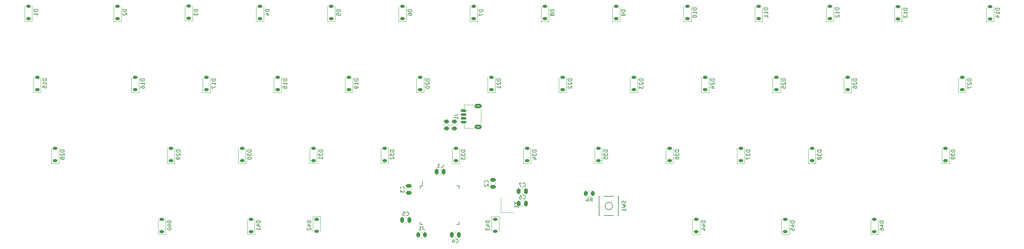
<source format=gbr>
%TF.GenerationSoftware,KiCad,Pcbnew,7.0.2*%
%TF.CreationDate,2023-06-06T03:33:47+01:00*%
%TF.ProjectId,45_keyboard,34355f6b-6579-4626-9f61-72642e6b6963,rev?*%
%TF.SameCoordinates,Original*%
%TF.FileFunction,Legend,Bot*%
%TF.FilePolarity,Positive*%
%FSLAX46Y46*%
G04 Gerber Fmt 4.6, Leading zero omitted, Abs format (unit mm)*
G04 Created by KiCad (PCBNEW 7.0.2) date 2023-06-06 03:33:47*
%MOMM*%
%LPD*%
G01*
G04 APERTURE LIST*
G04 Aperture macros list*
%AMRoundRect*
0 Rectangle with rounded corners*
0 $1 Rounding radius*
0 $2 $3 $4 $5 $6 $7 $8 $9 X,Y pos of 4 corners*
0 Add a 4 corners polygon primitive as box body*
4,1,4,$2,$3,$4,$5,$6,$7,$8,$9,$2,$3,0*
0 Add four circle primitives for the rounded corners*
1,1,$1+$1,$2,$3*
1,1,$1+$1,$4,$5*
1,1,$1+$1,$6,$7*
1,1,$1+$1,$8,$9*
0 Add four rect primitives between the rounded corners*
20,1,$1+$1,$2,$3,$4,$5,0*
20,1,$1+$1,$4,$5,$6,$7,0*
20,1,$1+$1,$6,$7,$8,$9,0*
20,1,$1+$1,$8,$9,$2,$3,0*%
%AMHorizOval*
0 Thick line with rounded ends*
0 $1 width*
0 $2 $3 position (X,Y) of the first rounded end (center of the circle)*
0 $4 $5 position (X,Y) of the second rounded end (center of the circle)*
0 Add line between two ends*
20,1,$1,$2,$3,$4,$5,0*
0 Add two circle primitives to create the rounded ends*
1,1,$1,$2,$3*
1,1,$1,$4,$5*%
G04 Aperture macros list end*
%ADD10C,0.150000*%
%ADD11C,0.120000*%
%ADD12C,1.750000*%
%ADD13C,3.987800*%
%ADD14HorizOval,2.250000X0.655001X0.730000X-0.655001X-0.730000X0*%
%ADD15C,2.250000*%
%ADD16HorizOval,2.250000X0.020000X0.290000X-0.020000X-0.290000X0*%
%ADD17C,3.048000*%
%ADD18HorizOval,2.250000X-0.655001X-0.730000X0.655001X0.730000X0*%
%ADD19HorizOval,2.250000X-0.020000X-0.290000X0.020000X0.290000X0*%
%ADD20RoundRect,0.225000X0.375000X-0.225000X0.375000X0.225000X-0.375000X0.225000X-0.375000X-0.225000X0*%
%ADD21RoundRect,0.250000X0.250000X0.475000X-0.250000X0.475000X-0.250000X-0.475000X0.250000X-0.475000X0*%
%ADD22RoundRect,0.225000X-0.375000X0.225000X-0.375000X-0.225000X0.375000X-0.225000X0.375000X0.225000X0*%
%ADD23RoundRect,0.250000X-0.475000X0.250000X-0.475000X-0.250000X0.475000X-0.250000X0.475000X0.250000X0*%
%ADD24R,1.100000X1.800000*%
%ADD25RoundRect,0.250000X-0.262500X-0.450000X0.262500X-0.450000X0.262500X0.450000X-0.262500X0.450000X0*%
%ADD26RoundRect,0.250000X-0.450000X0.262500X-0.450000X-0.262500X0.450000X-0.262500X0.450000X0.262500X0*%
%ADD27RoundRect,0.250000X-0.250000X-0.475000X0.250000X-0.475000X0.250000X0.475000X-0.250000X0.475000X0*%
%ADD28RoundRect,0.250000X0.262500X0.450000X-0.262500X0.450000X-0.262500X-0.450000X0.262500X-0.450000X0*%
%ADD29R,1.200000X1.400000*%
%ADD30RoundRect,0.150000X-0.625000X0.150000X-0.625000X-0.150000X0.625000X-0.150000X0.625000X0.150000X0*%
%ADD31RoundRect,0.250000X-0.650000X0.350000X-0.650000X-0.350000X0.650000X-0.350000X0.650000X0.350000X0*%
%ADD32R,0.550000X1.500000*%
%ADD33R,1.500000X0.550000*%
%ADD34C,0.800000*%
G04 APERTURE END LIST*
D10*
%TO.C,D3*%
X128636617Y-64739655D02*
X127636617Y-64739655D01*
X127636617Y-64739655D02*
X127636617Y-64977750D01*
X127636617Y-64977750D02*
X127684236Y-65120607D01*
X127684236Y-65120607D02*
X127779474Y-65215845D01*
X127779474Y-65215845D02*
X127874712Y-65263464D01*
X127874712Y-65263464D02*
X128065188Y-65311083D01*
X128065188Y-65311083D02*
X128208045Y-65311083D01*
X128208045Y-65311083D02*
X128398521Y-65263464D01*
X128398521Y-65263464D02*
X128493759Y-65215845D01*
X128493759Y-65215845D02*
X128588998Y-65120607D01*
X128588998Y-65120607D02*
X128636617Y-64977750D01*
X128636617Y-64977750D02*
X128636617Y-64739655D01*
X127636617Y-65644417D02*
X127636617Y-66263464D01*
X127636617Y-66263464D02*
X128017569Y-65930131D01*
X128017569Y-65930131D02*
X128017569Y-66072988D01*
X128017569Y-66072988D02*
X128065188Y-66168226D01*
X128065188Y-66168226D02*
X128112807Y-66215845D01*
X128112807Y-66215845D02*
X128208045Y-66263464D01*
X128208045Y-66263464D02*
X128446140Y-66263464D01*
X128446140Y-66263464D02*
X128541378Y-66215845D01*
X128541378Y-66215845D02*
X128588998Y-66168226D01*
X128588998Y-66168226D02*
X128636617Y-66072988D01*
X128636617Y-66072988D02*
X128636617Y-65787274D01*
X128636617Y-65787274D02*
X128588998Y-65692036D01*
X128588998Y-65692036D02*
X128541378Y-65644417D01*
%TO.C,D5*%
X166736617Y-64864655D02*
X165736617Y-64864655D01*
X165736617Y-64864655D02*
X165736617Y-65102750D01*
X165736617Y-65102750D02*
X165784236Y-65245607D01*
X165784236Y-65245607D02*
X165879474Y-65340845D01*
X165879474Y-65340845D02*
X165974712Y-65388464D01*
X165974712Y-65388464D02*
X166165188Y-65436083D01*
X166165188Y-65436083D02*
X166308045Y-65436083D01*
X166308045Y-65436083D02*
X166498521Y-65388464D01*
X166498521Y-65388464D02*
X166593759Y-65340845D01*
X166593759Y-65340845D02*
X166688998Y-65245607D01*
X166688998Y-65245607D02*
X166736617Y-65102750D01*
X166736617Y-65102750D02*
X166736617Y-64864655D01*
X165736617Y-66340845D02*
X165736617Y-65864655D01*
X165736617Y-65864655D02*
X166212807Y-65817036D01*
X166212807Y-65817036D02*
X166165188Y-65864655D01*
X166165188Y-65864655D02*
X166117569Y-65959893D01*
X166117569Y-65959893D02*
X166117569Y-66197988D01*
X166117569Y-66197988D02*
X166165188Y-66293226D01*
X166165188Y-66293226D02*
X166212807Y-66340845D01*
X166212807Y-66340845D02*
X166308045Y-66388464D01*
X166308045Y-66388464D02*
X166546140Y-66388464D01*
X166546140Y-66388464D02*
X166641378Y-66340845D01*
X166641378Y-66340845D02*
X166688998Y-66293226D01*
X166688998Y-66293226D02*
X166736617Y-66197988D01*
X166736617Y-66197988D02*
X166736617Y-65959893D01*
X166736617Y-65959893D02*
X166688998Y-65864655D01*
X166688998Y-65864655D02*
X166641378Y-65817036D01*
%TO.C,D1*%
X85774117Y-64802155D02*
X84774117Y-64802155D01*
X84774117Y-64802155D02*
X84774117Y-65040250D01*
X84774117Y-65040250D02*
X84821736Y-65183107D01*
X84821736Y-65183107D02*
X84916974Y-65278345D01*
X84916974Y-65278345D02*
X85012212Y-65325964D01*
X85012212Y-65325964D02*
X85202688Y-65373583D01*
X85202688Y-65373583D02*
X85345545Y-65373583D01*
X85345545Y-65373583D02*
X85536021Y-65325964D01*
X85536021Y-65325964D02*
X85631259Y-65278345D01*
X85631259Y-65278345D02*
X85726498Y-65183107D01*
X85726498Y-65183107D02*
X85774117Y-65040250D01*
X85774117Y-65040250D02*
X85774117Y-64802155D01*
X85774117Y-66325964D02*
X85774117Y-65754536D01*
X85774117Y-66040250D02*
X84774117Y-66040250D01*
X84774117Y-66040250D02*
X84916974Y-65945012D01*
X84916974Y-65945012D02*
X85012212Y-65849774D01*
X85012212Y-65849774D02*
X85059831Y-65754536D01*
%TO.C,D30*%
X142924117Y-102488464D02*
X141924117Y-102488464D01*
X141924117Y-102488464D02*
X141924117Y-102726559D01*
X141924117Y-102726559D02*
X141971736Y-102869416D01*
X141971736Y-102869416D02*
X142066974Y-102964654D01*
X142066974Y-102964654D02*
X142162212Y-103012273D01*
X142162212Y-103012273D02*
X142352688Y-103059892D01*
X142352688Y-103059892D02*
X142495545Y-103059892D01*
X142495545Y-103059892D02*
X142686021Y-103012273D01*
X142686021Y-103012273D02*
X142781259Y-102964654D01*
X142781259Y-102964654D02*
X142876498Y-102869416D01*
X142876498Y-102869416D02*
X142924117Y-102726559D01*
X142924117Y-102726559D02*
X142924117Y-102488464D01*
X141924117Y-103393226D02*
X141924117Y-104012273D01*
X141924117Y-104012273D02*
X142305069Y-103678940D01*
X142305069Y-103678940D02*
X142305069Y-103821797D01*
X142305069Y-103821797D02*
X142352688Y-103917035D01*
X142352688Y-103917035D02*
X142400307Y-103964654D01*
X142400307Y-103964654D02*
X142495545Y-104012273D01*
X142495545Y-104012273D02*
X142733640Y-104012273D01*
X142733640Y-104012273D02*
X142828878Y-103964654D01*
X142828878Y-103964654D02*
X142876498Y-103917035D01*
X142876498Y-103917035D02*
X142924117Y-103821797D01*
X142924117Y-103821797D02*
X142924117Y-103536083D01*
X142924117Y-103536083D02*
X142876498Y-103440845D01*
X142876498Y-103440845D02*
X142828878Y-103393226D01*
X141924117Y-104631321D02*
X141924117Y-104726559D01*
X141924117Y-104726559D02*
X141971736Y-104821797D01*
X141971736Y-104821797D02*
X142019355Y-104869416D01*
X142019355Y-104869416D02*
X142114593Y-104917035D01*
X142114593Y-104917035D02*
X142305069Y-104964654D01*
X142305069Y-104964654D02*
X142543164Y-104964654D01*
X142543164Y-104964654D02*
X142733640Y-104917035D01*
X142733640Y-104917035D02*
X142828878Y-104869416D01*
X142828878Y-104869416D02*
X142876498Y-104821797D01*
X142876498Y-104821797D02*
X142924117Y-104726559D01*
X142924117Y-104726559D02*
X142924117Y-104631321D01*
X142924117Y-104631321D02*
X142876498Y-104536083D01*
X142876498Y-104536083D02*
X142828878Y-104488464D01*
X142828878Y-104488464D02*
X142733640Y-104440845D01*
X142733640Y-104440845D02*
X142543164Y-104393226D01*
X142543164Y-104393226D02*
X142305069Y-104393226D01*
X142305069Y-104393226D02*
X142114593Y-104440845D01*
X142114593Y-104440845D02*
X142019355Y-104488464D01*
X142019355Y-104488464D02*
X141971736Y-104536083D01*
X141971736Y-104536083D02*
X141924117Y-104631321D01*
%TO.C,D29*%
X123874117Y-102488464D02*
X122874117Y-102488464D01*
X122874117Y-102488464D02*
X122874117Y-102726559D01*
X122874117Y-102726559D02*
X122921736Y-102869416D01*
X122921736Y-102869416D02*
X123016974Y-102964654D01*
X123016974Y-102964654D02*
X123112212Y-103012273D01*
X123112212Y-103012273D02*
X123302688Y-103059892D01*
X123302688Y-103059892D02*
X123445545Y-103059892D01*
X123445545Y-103059892D02*
X123636021Y-103012273D01*
X123636021Y-103012273D02*
X123731259Y-102964654D01*
X123731259Y-102964654D02*
X123826498Y-102869416D01*
X123826498Y-102869416D02*
X123874117Y-102726559D01*
X123874117Y-102726559D02*
X123874117Y-102488464D01*
X122969355Y-103440845D02*
X122921736Y-103488464D01*
X122921736Y-103488464D02*
X122874117Y-103583702D01*
X122874117Y-103583702D02*
X122874117Y-103821797D01*
X122874117Y-103821797D02*
X122921736Y-103917035D01*
X122921736Y-103917035D02*
X122969355Y-103964654D01*
X122969355Y-103964654D02*
X123064593Y-104012273D01*
X123064593Y-104012273D02*
X123159831Y-104012273D01*
X123159831Y-104012273D02*
X123302688Y-103964654D01*
X123302688Y-103964654D02*
X123874117Y-103393226D01*
X123874117Y-103393226D02*
X123874117Y-104012273D01*
X123874117Y-104488464D02*
X123874117Y-104678940D01*
X123874117Y-104678940D02*
X123826498Y-104774178D01*
X123826498Y-104774178D02*
X123778878Y-104821797D01*
X123778878Y-104821797D02*
X123636021Y-104917035D01*
X123636021Y-104917035D02*
X123445545Y-104964654D01*
X123445545Y-104964654D02*
X123064593Y-104964654D01*
X123064593Y-104964654D02*
X122969355Y-104917035D01*
X122969355Y-104917035D02*
X122921736Y-104869416D01*
X122921736Y-104869416D02*
X122874117Y-104774178D01*
X122874117Y-104774178D02*
X122874117Y-104583702D01*
X122874117Y-104583702D02*
X122921736Y-104488464D01*
X122921736Y-104488464D02*
X122969355Y-104440845D01*
X122969355Y-104440845D02*
X123064593Y-104393226D01*
X123064593Y-104393226D02*
X123302688Y-104393226D01*
X123302688Y-104393226D02*
X123397926Y-104440845D01*
X123397926Y-104440845D02*
X123445545Y-104488464D01*
X123445545Y-104488464D02*
X123493164Y-104583702D01*
X123493164Y-104583702D02*
X123493164Y-104774178D01*
X123493164Y-104774178D02*
X123445545Y-104869416D01*
X123445545Y-104869416D02*
X123397926Y-104917035D01*
X123397926Y-104917035D02*
X123302688Y-104964654D01*
%TO.C,D28*%
X92917867Y-102488464D02*
X91917867Y-102488464D01*
X91917867Y-102488464D02*
X91917867Y-102726559D01*
X91917867Y-102726559D02*
X91965486Y-102869416D01*
X91965486Y-102869416D02*
X92060724Y-102964654D01*
X92060724Y-102964654D02*
X92155962Y-103012273D01*
X92155962Y-103012273D02*
X92346438Y-103059892D01*
X92346438Y-103059892D02*
X92489295Y-103059892D01*
X92489295Y-103059892D02*
X92679771Y-103012273D01*
X92679771Y-103012273D02*
X92775009Y-102964654D01*
X92775009Y-102964654D02*
X92870248Y-102869416D01*
X92870248Y-102869416D02*
X92917867Y-102726559D01*
X92917867Y-102726559D02*
X92917867Y-102488464D01*
X92013105Y-103440845D02*
X91965486Y-103488464D01*
X91965486Y-103488464D02*
X91917867Y-103583702D01*
X91917867Y-103583702D02*
X91917867Y-103821797D01*
X91917867Y-103821797D02*
X91965486Y-103917035D01*
X91965486Y-103917035D02*
X92013105Y-103964654D01*
X92013105Y-103964654D02*
X92108343Y-104012273D01*
X92108343Y-104012273D02*
X92203581Y-104012273D01*
X92203581Y-104012273D02*
X92346438Y-103964654D01*
X92346438Y-103964654D02*
X92917867Y-103393226D01*
X92917867Y-103393226D02*
X92917867Y-104012273D01*
X92346438Y-104583702D02*
X92298819Y-104488464D01*
X92298819Y-104488464D02*
X92251200Y-104440845D01*
X92251200Y-104440845D02*
X92155962Y-104393226D01*
X92155962Y-104393226D02*
X92108343Y-104393226D01*
X92108343Y-104393226D02*
X92013105Y-104440845D01*
X92013105Y-104440845D02*
X91965486Y-104488464D01*
X91965486Y-104488464D02*
X91917867Y-104583702D01*
X91917867Y-104583702D02*
X91917867Y-104774178D01*
X91917867Y-104774178D02*
X91965486Y-104869416D01*
X91965486Y-104869416D02*
X92013105Y-104917035D01*
X92013105Y-104917035D02*
X92108343Y-104964654D01*
X92108343Y-104964654D02*
X92155962Y-104964654D01*
X92155962Y-104964654D02*
X92251200Y-104917035D01*
X92251200Y-104917035D02*
X92298819Y-104869416D01*
X92298819Y-104869416D02*
X92346438Y-104774178D01*
X92346438Y-104774178D02*
X92346438Y-104583702D01*
X92346438Y-104583702D02*
X92394057Y-104488464D01*
X92394057Y-104488464D02*
X92441676Y-104440845D01*
X92441676Y-104440845D02*
X92536914Y-104393226D01*
X92536914Y-104393226D02*
X92727390Y-104393226D01*
X92727390Y-104393226D02*
X92822628Y-104440845D01*
X92822628Y-104440845D02*
X92870248Y-104488464D01*
X92870248Y-104488464D02*
X92917867Y-104583702D01*
X92917867Y-104583702D02*
X92917867Y-104774178D01*
X92917867Y-104774178D02*
X92870248Y-104869416D01*
X92870248Y-104869416D02*
X92822628Y-104917035D01*
X92822628Y-104917035D02*
X92727390Y-104964654D01*
X92727390Y-104964654D02*
X92536914Y-104964654D01*
X92536914Y-104964654D02*
X92441676Y-104917035D01*
X92441676Y-104917035D02*
X92394057Y-104869416D01*
X92394057Y-104869416D02*
X92346438Y-104774178D01*
%TO.C,D36*%
X257224117Y-102488464D02*
X256224117Y-102488464D01*
X256224117Y-102488464D02*
X256224117Y-102726559D01*
X256224117Y-102726559D02*
X256271736Y-102869416D01*
X256271736Y-102869416D02*
X256366974Y-102964654D01*
X256366974Y-102964654D02*
X256462212Y-103012273D01*
X256462212Y-103012273D02*
X256652688Y-103059892D01*
X256652688Y-103059892D02*
X256795545Y-103059892D01*
X256795545Y-103059892D02*
X256986021Y-103012273D01*
X256986021Y-103012273D02*
X257081259Y-102964654D01*
X257081259Y-102964654D02*
X257176498Y-102869416D01*
X257176498Y-102869416D02*
X257224117Y-102726559D01*
X257224117Y-102726559D02*
X257224117Y-102488464D01*
X256224117Y-103393226D02*
X256224117Y-104012273D01*
X256224117Y-104012273D02*
X256605069Y-103678940D01*
X256605069Y-103678940D02*
X256605069Y-103821797D01*
X256605069Y-103821797D02*
X256652688Y-103917035D01*
X256652688Y-103917035D02*
X256700307Y-103964654D01*
X256700307Y-103964654D02*
X256795545Y-104012273D01*
X256795545Y-104012273D02*
X257033640Y-104012273D01*
X257033640Y-104012273D02*
X257128878Y-103964654D01*
X257128878Y-103964654D02*
X257176498Y-103917035D01*
X257176498Y-103917035D02*
X257224117Y-103821797D01*
X257224117Y-103821797D02*
X257224117Y-103536083D01*
X257224117Y-103536083D02*
X257176498Y-103440845D01*
X257176498Y-103440845D02*
X257128878Y-103393226D01*
X256224117Y-104869416D02*
X256224117Y-104678940D01*
X256224117Y-104678940D02*
X256271736Y-104583702D01*
X256271736Y-104583702D02*
X256319355Y-104536083D01*
X256319355Y-104536083D02*
X256462212Y-104440845D01*
X256462212Y-104440845D02*
X256652688Y-104393226D01*
X256652688Y-104393226D02*
X257033640Y-104393226D01*
X257033640Y-104393226D02*
X257128878Y-104440845D01*
X257128878Y-104440845D02*
X257176498Y-104488464D01*
X257176498Y-104488464D02*
X257224117Y-104583702D01*
X257224117Y-104583702D02*
X257224117Y-104774178D01*
X257224117Y-104774178D02*
X257176498Y-104869416D01*
X257176498Y-104869416D02*
X257128878Y-104917035D01*
X257128878Y-104917035D02*
X257033640Y-104964654D01*
X257033640Y-104964654D02*
X256795545Y-104964654D01*
X256795545Y-104964654D02*
X256700307Y-104917035D01*
X256700307Y-104917035D02*
X256652688Y-104869416D01*
X256652688Y-104869416D02*
X256605069Y-104774178D01*
X256605069Y-104774178D02*
X256605069Y-104583702D01*
X256605069Y-104583702D02*
X256652688Y-104488464D01*
X256652688Y-104488464D02*
X256700307Y-104440845D01*
X256700307Y-104440845D02*
X256795545Y-104393226D01*
%TO.C,D14*%
X342949117Y-64450964D02*
X341949117Y-64450964D01*
X341949117Y-64450964D02*
X341949117Y-64689059D01*
X341949117Y-64689059D02*
X341996736Y-64831916D01*
X341996736Y-64831916D02*
X342091974Y-64927154D01*
X342091974Y-64927154D02*
X342187212Y-64974773D01*
X342187212Y-64974773D02*
X342377688Y-65022392D01*
X342377688Y-65022392D02*
X342520545Y-65022392D01*
X342520545Y-65022392D02*
X342711021Y-64974773D01*
X342711021Y-64974773D02*
X342806259Y-64927154D01*
X342806259Y-64927154D02*
X342901498Y-64831916D01*
X342901498Y-64831916D02*
X342949117Y-64689059D01*
X342949117Y-64689059D02*
X342949117Y-64450964D01*
X342949117Y-65974773D02*
X342949117Y-65403345D01*
X342949117Y-65689059D02*
X341949117Y-65689059D01*
X341949117Y-65689059D02*
X342091974Y-65593821D01*
X342091974Y-65593821D02*
X342187212Y-65498583D01*
X342187212Y-65498583D02*
X342234831Y-65403345D01*
X342282450Y-66831916D02*
X342949117Y-66831916D01*
X341901498Y-66593821D02*
X342615783Y-66355726D01*
X342615783Y-66355726D02*
X342615783Y-66974773D01*
%TO.C,D13*%
X318342867Y-64450964D02*
X317342867Y-64450964D01*
X317342867Y-64450964D02*
X317342867Y-64689059D01*
X317342867Y-64689059D02*
X317390486Y-64831916D01*
X317390486Y-64831916D02*
X317485724Y-64927154D01*
X317485724Y-64927154D02*
X317580962Y-64974773D01*
X317580962Y-64974773D02*
X317771438Y-65022392D01*
X317771438Y-65022392D02*
X317914295Y-65022392D01*
X317914295Y-65022392D02*
X318104771Y-64974773D01*
X318104771Y-64974773D02*
X318200009Y-64927154D01*
X318200009Y-64927154D02*
X318295248Y-64831916D01*
X318295248Y-64831916D02*
X318342867Y-64689059D01*
X318342867Y-64689059D02*
X318342867Y-64450964D01*
X318342867Y-65974773D02*
X318342867Y-65403345D01*
X318342867Y-65689059D02*
X317342867Y-65689059D01*
X317342867Y-65689059D02*
X317485724Y-65593821D01*
X317485724Y-65593821D02*
X317580962Y-65498583D01*
X317580962Y-65498583D02*
X317628581Y-65403345D01*
X317342867Y-66308107D02*
X317342867Y-66927154D01*
X317342867Y-66927154D02*
X317723819Y-66593821D01*
X317723819Y-66593821D02*
X317723819Y-66736678D01*
X317723819Y-66736678D02*
X317771438Y-66831916D01*
X317771438Y-66831916D02*
X317819057Y-66879535D01*
X317819057Y-66879535D02*
X317914295Y-66927154D01*
X317914295Y-66927154D02*
X318152390Y-66927154D01*
X318152390Y-66927154D02*
X318247628Y-66879535D01*
X318247628Y-66879535D02*
X318295248Y-66831916D01*
X318295248Y-66831916D02*
X318342867Y-66736678D01*
X318342867Y-66736678D02*
X318342867Y-66450964D01*
X318342867Y-66450964D02*
X318295248Y-66355726D01*
X318295248Y-66355726D02*
X318247628Y-66308107D01*
%TO.C,D25*%
X285799117Y-83438464D02*
X284799117Y-83438464D01*
X284799117Y-83438464D02*
X284799117Y-83676559D01*
X284799117Y-83676559D02*
X284846736Y-83819416D01*
X284846736Y-83819416D02*
X284941974Y-83914654D01*
X284941974Y-83914654D02*
X285037212Y-83962273D01*
X285037212Y-83962273D02*
X285227688Y-84009892D01*
X285227688Y-84009892D02*
X285370545Y-84009892D01*
X285370545Y-84009892D02*
X285561021Y-83962273D01*
X285561021Y-83962273D02*
X285656259Y-83914654D01*
X285656259Y-83914654D02*
X285751498Y-83819416D01*
X285751498Y-83819416D02*
X285799117Y-83676559D01*
X285799117Y-83676559D02*
X285799117Y-83438464D01*
X284894355Y-84390845D02*
X284846736Y-84438464D01*
X284846736Y-84438464D02*
X284799117Y-84533702D01*
X284799117Y-84533702D02*
X284799117Y-84771797D01*
X284799117Y-84771797D02*
X284846736Y-84867035D01*
X284846736Y-84867035D02*
X284894355Y-84914654D01*
X284894355Y-84914654D02*
X284989593Y-84962273D01*
X284989593Y-84962273D02*
X285084831Y-84962273D01*
X285084831Y-84962273D02*
X285227688Y-84914654D01*
X285227688Y-84914654D02*
X285799117Y-84343226D01*
X285799117Y-84343226D02*
X285799117Y-84962273D01*
X284799117Y-85867035D02*
X284799117Y-85390845D01*
X284799117Y-85390845D02*
X285275307Y-85343226D01*
X285275307Y-85343226D02*
X285227688Y-85390845D01*
X285227688Y-85390845D02*
X285180069Y-85486083D01*
X285180069Y-85486083D02*
X285180069Y-85724178D01*
X285180069Y-85724178D02*
X285227688Y-85819416D01*
X285227688Y-85819416D02*
X285275307Y-85867035D01*
X285275307Y-85867035D02*
X285370545Y-85914654D01*
X285370545Y-85914654D02*
X285608640Y-85914654D01*
X285608640Y-85914654D02*
X285703878Y-85867035D01*
X285703878Y-85867035D02*
X285751498Y-85819416D01*
X285751498Y-85819416D02*
X285799117Y-85724178D01*
X285799117Y-85724178D02*
X285799117Y-85486083D01*
X285799117Y-85486083D02*
X285751498Y-85390845D01*
X285751498Y-85390845D02*
X285703878Y-85343226D01*
%TO.C,D4*%
X147686617Y-64802155D02*
X146686617Y-64802155D01*
X146686617Y-64802155D02*
X146686617Y-65040250D01*
X146686617Y-65040250D02*
X146734236Y-65183107D01*
X146734236Y-65183107D02*
X146829474Y-65278345D01*
X146829474Y-65278345D02*
X146924712Y-65325964D01*
X146924712Y-65325964D02*
X147115188Y-65373583D01*
X147115188Y-65373583D02*
X147258045Y-65373583D01*
X147258045Y-65373583D02*
X147448521Y-65325964D01*
X147448521Y-65325964D02*
X147543759Y-65278345D01*
X147543759Y-65278345D02*
X147638998Y-65183107D01*
X147638998Y-65183107D02*
X147686617Y-65040250D01*
X147686617Y-65040250D02*
X147686617Y-64802155D01*
X147019950Y-66230726D02*
X147686617Y-66230726D01*
X146638998Y-65992631D02*
X147353283Y-65754536D01*
X147353283Y-65754536D02*
X147353283Y-66373583D01*
%TO.C,D18*%
X152449117Y-83438464D02*
X151449117Y-83438464D01*
X151449117Y-83438464D02*
X151449117Y-83676559D01*
X151449117Y-83676559D02*
X151496736Y-83819416D01*
X151496736Y-83819416D02*
X151591974Y-83914654D01*
X151591974Y-83914654D02*
X151687212Y-83962273D01*
X151687212Y-83962273D02*
X151877688Y-84009892D01*
X151877688Y-84009892D02*
X152020545Y-84009892D01*
X152020545Y-84009892D02*
X152211021Y-83962273D01*
X152211021Y-83962273D02*
X152306259Y-83914654D01*
X152306259Y-83914654D02*
X152401498Y-83819416D01*
X152401498Y-83819416D02*
X152449117Y-83676559D01*
X152449117Y-83676559D02*
X152449117Y-83438464D01*
X152449117Y-84962273D02*
X152449117Y-84390845D01*
X152449117Y-84676559D02*
X151449117Y-84676559D01*
X151449117Y-84676559D02*
X151591974Y-84581321D01*
X151591974Y-84581321D02*
X151687212Y-84486083D01*
X151687212Y-84486083D02*
X151734831Y-84390845D01*
X151877688Y-85533702D02*
X151830069Y-85438464D01*
X151830069Y-85438464D02*
X151782450Y-85390845D01*
X151782450Y-85390845D02*
X151687212Y-85343226D01*
X151687212Y-85343226D02*
X151639593Y-85343226D01*
X151639593Y-85343226D02*
X151544355Y-85390845D01*
X151544355Y-85390845D02*
X151496736Y-85438464D01*
X151496736Y-85438464D02*
X151449117Y-85533702D01*
X151449117Y-85533702D02*
X151449117Y-85724178D01*
X151449117Y-85724178D02*
X151496736Y-85819416D01*
X151496736Y-85819416D02*
X151544355Y-85867035D01*
X151544355Y-85867035D02*
X151639593Y-85914654D01*
X151639593Y-85914654D02*
X151687212Y-85914654D01*
X151687212Y-85914654D02*
X151782450Y-85867035D01*
X151782450Y-85867035D02*
X151830069Y-85819416D01*
X151830069Y-85819416D02*
X151877688Y-85724178D01*
X151877688Y-85724178D02*
X151877688Y-85533702D01*
X151877688Y-85533702D02*
X151925307Y-85438464D01*
X151925307Y-85438464D02*
X151972926Y-85390845D01*
X151972926Y-85390845D02*
X152068164Y-85343226D01*
X152068164Y-85343226D02*
X152258640Y-85343226D01*
X152258640Y-85343226D02*
X152353878Y-85390845D01*
X152353878Y-85390845D02*
X152401498Y-85438464D01*
X152401498Y-85438464D02*
X152449117Y-85533702D01*
X152449117Y-85533702D02*
X152449117Y-85724178D01*
X152449117Y-85724178D02*
X152401498Y-85819416D01*
X152401498Y-85819416D02*
X152353878Y-85867035D01*
X152353878Y-85867035D02*
X152258640Y-85914654D01*
X152258640Y-85914654D02*
X152068164Y-85914654D01*
X152068164Y-85914654D02*
X151972926Y-85867035D01*
X151972926Y-85867035D02*
X151925307Y-85819416D01*
X151925307Y-85819416D02*
X151877688Y-85724178D01*
%TO.C,C6*%
X215558666Y-115527380D02*
X215606285Y-115575000D01*
X215606285Y-115575000D02*
X215749142Y-115622619D01*
X215749142Y-115622619D02*
X215844380Y-115622619D01*
X215844380Y-115622619D02*
X215987237Y-115575000D01*
X215987237Y-115575000D02*
X216082475Y-115479761D01*
X216082475Y-115479761D02*
X216130094Y-115384523D01*
X216130094Y-115384523D02*
X216177713Y-115194047D01*
X216177713Y-115194047D02*
X216177713Y-115051190D01*
X216177713Y-115051190D02*
X216130094Y-114860714D01*
X216130094Y-114860714D02*
X216082475Y-114765476D01*
X216082475Y-114765476D02*
X215987237Y-114670238D01*
X215987237Y-114670238D02*
X215844380Y-114622619D01*
X215844380Y-114622619D02*
X215749142Y-114622619D01*
X215749142Y-114622619D02*
X215606285Y-114670238D01*
X215606285Y-114670238D02*
X215558666Y-114717857D01*
X214701523Y-114622619D02*
X214891999Y-114622619D01*
X214891999Y-114622619D02*
X214987237Y-114670238D01*
X214987237Y-114670238D02*
X215034856Y-114717857D01*
X215034856Y-114717857D02*
X215130094Y-114860714D01*
X215130094Y-114860714D02*
X215177713Y-115051190D01*
X215177713Y-115051190D02*
X215177713Y-115432142D01*
X215177713Y-115432142D02*
X215130094Y-115527380D01*
X215130094Y-115527380D02*
X215082475Y-115575000D01*
X215082475Y-115575000D02*
X214987237Y-115622619D01*
X214987237Y-115622619D02*
X214796761Y-115622619D01*
X214796761Y-115622619D02*
X214701523Y-115575000D01*
X214701523Y-115575000D02*
X214653904Y-115527380D01*
X214653904Y-115527380D02*
X214606285Y-115432142D01*
X214606285Y-115432142D02*
X214606285Y-115194047D01*
X214606285Y-115194047D02*
X214653904Y-115098809D01*
X214653904Y-115098809D02*
X214701523Y-115051190D01*
X214701523Y-115051190D02*
X214796761Y-115003571D01*
X214796761Y-115003571D02*
X214987237Y-115003571D01*
X214987237Y-115003571D02*
X215082475Y-115051190D01*
X215082475Y-115051190D02*
X215130094Y-115098809D01*
X215130094Y-115098809D02*
X215177713Y-115194047D01*
%TO.C,D38*%
X295324117Y-102488464D02*
X294324117Y-102488464D01*
X294324117Y-102488464D02*
X294324117Y-102726559D01*
X294324117Y-102726559D02*
X294371736Y-102869416D01*
X294371736Y-102869416D02*
X294466974Y-102964654D01*
X294466974Y-102964654D02*
X294562212Y-103012273D01*
X294562212Y-103012273D02*
X294752688Y-103059892D01*
X294752688Y-103059892D02*
X294895545Y-103059892D01*
X294895545Y-103059892D02*
X295086021Y-103012273D01*
X295086021Y-103012273D02*
X295181259Y-102964654D01*
X295181259Y-102964654D02*
X295276498Y-102869416D01*
X295276498Y-102869416D02*
X295324117Y-102726559D01*
X295324117Y-102726559D02*
X295324117Y-102488464D01*
X294324117Y-103393226D02*
X294324117Y-104012273D01*
X294324117Y-104012273D02*
X294705069Y-103678940D01*
X294705069Y-103678940D02*
X294705069Y-103821797D01*
X294705069Y-103821797D02*
X294752688Y-103917035D01*
X294752688Y-103917035D02*
X294800307Y-103964654D01*
X294800307Y-103964654D02*
X294895545Y-104012273D01*
X294895545Y-104012273D02*
X295133640Y-104012273D01*
X295133640Y-104012273D02*
X295228878Y-103964654D01*
X295228878Y-103964654D02*
X295276498Y-103917035D01*
X295276498Y-103917035D02*
X295324117Y-103821797D01*
X295324117Y-103821797D02*
X295324117Y-103536083D01*
X295324117Y-103536083D02*
X295276498Y-103440845D01*
X295276498Y-103440845D02*
X295228878Y-103393226D01*
X294752688Y-104583702D02*
X294705069Y-104488464D01*
X294705069Y-104488464D02*
X294657450Y-104440845D01*
X294657450Y-104440845D02*
X294562212Y-104393226D01*
X294562212Y-104393226D02*
X294514593Y-104393226D01*
X294514593Y-104393226D02*
X294419355Y-104440845D01*
X294419355Y-104440845D02*
X294371736Y-104488464D01*
X294371736Y-104488464D02*
X294324117Y-104583702D01*
X294324117Y-104583702D02*
X294324117Y-104774178D01*
X294324117Y-104774178D02*
X294371736Y-104869416D01*
X294371736Y-104869416D02*
X294419355Y-104917035D01*
X294419355Y-104917035D02*
X294514593Y-104964654D01*
X294514593Y-104964654D02*
X294562212Y-104964654D01*
X294562212Y-104964654D02*
X294657450Y-104917035D01*
X294657450Y-104917035D02*
X294705069Y-104869416D01*
X294705069Y-104869416D02*
X294752688Y-104774178D01*
X294752688Y-104774178D02*
X294752688Y-104583702D01*
X294752688Y-104583702D02*
X294800307Y-104488464D01*
X294800307Y-104488464D02*
X294847926Y-104440845D01*
X294847926Y-104440845D02*
X294943164Y-104393226D01*
X294943164Y-104393226D02*
X295133640Y-104393226D01*
X295133640Y-104393226D02*
X295228878Y-104440845D01*
X295228878Y-104440845D02*
X295276498Y-104488464D01*
X295276498Y-104488464D02*
X295324117Y-104583702D01*
X295324117Y-104583702D02*
X295324117Y-104774178D01*
X295324117Y-104774178D02*
X295276498Y-104869416D01*
X295276498Y-104869416D02*
X295228878Y-104917035D01*
X295228878Y-104917035D02*
X295133640Y-104964654D01*
X295133640Y-104964654D02*
X294943164Y-104964654D01*
X294943164Y-104964654D02*
X294847926Y-104917035D01*
X294847926Y-104917035D02*
X294800307Y-104869416D01*
X294800307Y-104869416D02*
X294752688Y-104774178D01*
%TO.C,D45*%
X288180367Y-121538464D02*
X287180367Y-121538464D01*
X287180367Y-121538464D02*
X287180367Y-121776559D01*
X287180367Y-121776559D02*
X287227986Y-121919416D01*
X287227986Y-121919416D02*
X287323224Y-122014654D01*
X287323224Y-122014654D02*
X287418462Y-122062273D01*
X287418462Y-122062273D02*
X287608938Y-122109892D01*
X287608938Y-122109892D02*
X287751795Y-122109892D01*
X287751795Y-122109892D02*
X287942271Y-122062273D01*
X287942271Y-122062273D02*
X288037509Y-122014654D01*
X288037509Y-122014654D02*
X288132748Y-121919416D01*
X288132748Y-121919416D02*
X288180367Y-121776559D01*
X288180367Y-121776559D02*
X288180367Y-121538464D01*
X287513700Y-122967035D02*
X288180367Y-122967035D01*
X287132748Y-122728940D02*
X287847033Y-122490845D01*
X287847033Y-122490845D02*
X287847033Y-123109892D01*
X287180367Y-123967035D02*
X287180367Y-123490845D01*
X287180367Y-123490845D02*
X287656557Y-123443226D01*
X287656557Y-123443226D02*
X287608938Y-123490845D01*
X287608938Y-123490845D02*
X287561319Y-123586083D01*
X287561319Y-123586083D02*
X287561319Y-123824178D01*
X287561319Y-123824178D02*
X287608938Y-123919416D01*
X287608938Y-123919416D02*
X287656557Y-123967035D01*
X287656557Y-123967035D02*
X287751795Y-124014654D01*
X287751795Y-124014654D02*
X287989890Y-124014654D01*
X287989890Y-124014654D02*
X288085128Y-123967035D01*
X288085128Y-123967035D02*
X288132748Y-123919416D01*
X288132748Y-123919416D02*
X288180367Y-123824178D01*
X288180367Y-123824178D02*
X288180367Y-123586083D01*
X288180367Y-123586083D02*
X288132748Y-123490845D01*
X288132748Y-123490845D02*
X288085128Y-123443226D01*
%TO.C,D43*%
X206615619Y-121468714D02*
X205615619Y-121468714D01*
X205615619Y-121468714D02*
X205615619Y-121706809D01*
X205615619Y-121706809D02*
X205663238Y-121849666D01*
X205663238Y-121849666D02*
X205758476Y-121944904D01*
X205758476Y-121944904D02*
X205853714Y-121992523D01*
X205853714Y-121992523D02*
X206044190Y-122040142D01*
X206044190Y-122040142D02*
X206187047Y-122040142D01*
X206187047Y-122040142D02*
X206377523Y-121992523D01*
X206377523Y-121992523D02*
X206472761Y-121944904D01*
X206472761Y-121944904D02*
X206568000Y-121849666D01*
X206568000Y-121849666D02*
X206615619Y-121706809D01*
X206615619Y-121706809D02*
X206615619Y-121468714D01*
X205948952Y-122897285D02*
X206615619Y-122897285D01*
X205568000Y-122659190D02*
X206282285Y-122421095D01*
X206282285Y-122421095D02*
X206282285Y-123040142D01*
X205615619Y-123325857D02*
X205615619Y-123944904D01*
X205615619Y-123944904D02*
X205996571Y-123611571D01*
X205996571Y-123611571D02*
X205996571Y-123754428D01*
X205996571Y-123754428D02*
X206044190Y-123849666D01*
X206044190Y-123849666D02*
X206091809Y-123897285D01*
X206091809Y-123897285D02*
X206187047Y-123944904D01*
X206187047Y-123944904D02*
X206425142Y-123944904D01*
X206425142Y-123944904D02*
X206520380Y-123897285D01*
X206520380Y-123897285D02*
X206568000Y-123849666D01*
X206568000Y-123849666D02*
X206615619Y-123754428D01*
X206615619Y-123754428D02*
X206615619Y-123468714D01*
X206615619Y-123468714D02*
X206568000Y-123373476D01*
X206568000Y-123373476D02*
X206520380Y-123325857D01*
%TO.C,D35*%
X238174117Y-102425964D02*
X237174117Y-102425964D01*
X237174117Y-102425964D02*
X237174117Y-102664059D01*
X237174117Y-102664059D02*
X237221736Y-102806916D01*
X237221736Y-102806916D02*
X237316974Y-102902154D01*
X237316974Y-102902154D02*
X237412212Y-102949773D01*
X237412212Y-102949773D02*
X237602688Y-102997392D01*
X237602688Y-102997392D02*
X237745545Y-102997392D01*
X237745545Y-102997392D02*
X237936021Y-102949773D01*
X237936021Y-102949773D02*
X238031259Y-102902154D01*
X238031259Y-102902154D02*
X238126498Y-102806916D01*
X238126498Y-102806916D02*
X238174117Y-102664059D01*
X238174117Y-102664059D02*
X238174117Y-102425964D01*
X237174117Y-103330726D02*
X237174117Y-103949773D01*
X237174117Y-103949773D02*
X237555069Y-103616440D01*
X237555069Y-103616440D02*
X237555069Y-103759297D01*
X237555069Y-103759297D02*
X237602688Y-103854535D01*
X237602688Y-103854535D02*
X237650307Y-103902154D01*
X237650307Y-103902154D02*
X237745545Y-103949773D01*
X237745545Y-103949773D02*
X237983640Y-103949773D01*
X237983640Y-103949773D02*
X238078878Y-103902154D01*
X238078878Y-103902154D02*
X238126498Y-103854535D01*
X238126498Y-103854535D02*
X238174117Y-103759297D01*
X238174117Y-103759297D02*
X238174117Y-103473583D01*
X238174117Y-103473583D02*
X238126498Y-103378345D01*
X238126498Y-103378345D02*
X238078878Y-103330726D01*
X237174117Y-104854535D02*
X237174117Y-104378345D01*
X237174117Y-104378345D02*
X237650307Y-104330726D01*
X237650307Y-104330726D02*
X237602688Y-104378345D01*
X237602688Y-104378345D02*
X237555069Y-104473583D01*
X237555069Y-104473583D02*
X237555069Y-104711678D01*
X237555069Y-104711678D02*
X237602688Y-104806916D01*
X237602688Y-104806916D02*
X237650307Y-104854535D01*
X237650307Y-104854535D02*
X237745545Y-104902154D01*
X237745545Y-104902154D02*
X237983640Y-104902154D01*
X237983640Y-104902154D02*
X238078878Y-104854535D01*
X238078878Y-104854535D02*
X238126498Y-104806916D01*
X238126498Y-104806916D02*
X238174117Y-104711678D01*
X238174117Y-104711678D02*
X238174117Y-104473583D01*
X238174117Y-104473583D02*
X238126498Y-104378345D01*
X238126498Y-104378345D02*
X238078878Y-104330726D01*
%TO.C,D46*%
X311992867Y-121538464D02*
X310992867Y-121538464D01*
X310992867Y-121538464D02*
X310992867Y-121776559D01*
X310992867Y-121776559D02*
X311040486Y-121919416D01*
X311040486Y-121919416D02*
X311135724Y-122014654D01*
X311135724Y-122014654D02*
X311230962Y-122062273D01*
X311230962Y-122062273D02*
X311421438Y-122109892D01*
X311421438Y-122109892D02*
X311564295Y-122109892D01*
X311564295Y-122109892D02*
X311754771Y-122062273D01*
X311754771Y-122062273D02*
X311850009Y-122014654D01*
X311850009Y-122014654D02*
X311945248Y-121919416D01*
X311945248Y-121919416D02*
X311992867Y-121776559D01*
X311992867Y-121776559D02*
X311992867Y-121538464D01*
X311326200Y-122967035D02*
X311992867Y-122967035D01*
X310945248Y-122728940D02*
X311659533Y-122490845D01*
X311659533Y-122490845D02*
X311659533Y-123109892D01*
X310992867Y-123919416D02*
X310992867Y-123728940D01*
X310992867Y-123728940D02*
X311040486Y-123633702D01*
X311040486Y-123633702D02*
X311088105Y-123586083D01*
X311088105Y-123586083D02*
X311230962Y-123490845D01*
X311230962Y-123490845D02*
X311421438Y-123443226D01*
X311421438Y-123443226D02*
X311802390Y-123443226D01*
X311802390Y-123443226D02*
X311897628Y-123490845D01*
X311897628Y-123490845D02*
X311945248Y-123538464D01*
X311945248Y-123538464D02*
X311992867Y-123633702D01*
X311992867Y-123633702D02*
X311992867Y-123824178D01*
X311992867Y-123824178D02*
X311945248Y-123919416D01*
X311945248Y-123919416D02*
X311897628Y-123967035D01*
X311897628Y-123967035D02*
X311802390Y-124014654D01*
X311802390Y-124014654D02*
X311564295Y-124014654D01*
X311564295Y-124014654D02*
X311469057Y-123967035D01*
X311469057Y-123967035D02*
X311421438Y-123919416D01*
X311421438Y-123919416D02*
X311373819Y-123824178D01*
X311373819Y-123824178D02*
X311373819Y-123633702D01*
X311373819Y-123633702D02*
X311421438Y-123538464D01*
X311421438Y-123538464D02*
X311469057Y-123490845D01*
X311469057Y-123490845D02*
X311564295Y-123443226D01*
%TO.C,D21*%
X209599117Y-83438464D02*
X208599117Y-83438464D01*
X208599117Y-83438464D02*
X208599117Y-83676559D01*
X208599117Y-83676559D02*
X208646736Y-83819416D01*
X208646736Y-83819416D02*
X208741974Y-83914654D01*
X208741974Y-83914654D02*
X208837212Y-83962273D01*
X208837212Y-83962273D02*
X209027688Y-84009892D01*
X209027688Y-84009892D02*
X209170545Y-84009892D01*
X209170545Y-84009892D02*
X209361021Y-83962273D01*
X209361021Y-83962273D02*
X209456259Y-83914654D01*
X209456259Y-83914654D02*
X209551498Y-83819416D01*
X209551498Y-83819416D02*
X209599117Y-83676559D01*
X209599117Y-83676559D02*
X209599117Y-83438464D01*
X208694355Y-84390845D02*
X208646736Y-84438464D01*
X208646736Y-84438464D02*
X208599117Y-84533702D01*
X208599117Y-84533702D02*
X208599117Y-84771797D01*
X208599117Y-84771797D02*
X208646736Y-84867035D01*
X208646736Y-84867035D02*
X208694355Y-84914654D01*
X208694355Y-84914654D02*
X208789593Y-84962273D01*
X208789593Y-84962273D02*
X208884831Y-84962273D01*
X208884831Y-84962273D02*
X209027688Y-84914654D01*
X209027688Y-84914654D02*
X209599117Y-84343226D01*
X209599117Y-84343226D02*
X209599117Y-84962273D01*
X209599117Y-85914654D02*
X209599117Y-85343226D01*
X209599117Y-85628940D02*
X208599117Y-85628940D01*
X208599117Y-85628940D02*
X208741974Y-85533702D01*
X208741974Y-85533702D02*
X208837212Y-85438464D01*
X208837212Y-85438464D02*
X208884831Y-85343226D01*
%TO.C,D15*%
X88155367Y-83375964D02*
X87155367Y-83375964D01*
X87155367Y-83375964D02*
X87155367Y-83614059D01*
X87155367Y-83614059D02*
X87202986Y-83756916D01*
X87202986Y-83756916D02*
X87298224Y-83852154D01*
X87298224Y-83852154D02*
X87393462Y-83899773D01*
X87393462Y-83899773D02*
X87583938Y-83947392D01*
X87583938Y-83947392D02*
X87726795Y-83947392D01*
X87726795Y-83947392D02*
X87917271Y-83899773D01*
X87917271Y-83899773D02*
X88012509Y-83852154D01*
X88012509Y-83852154D02*
X88107748Y-83756916D01*
X88107748Y-83756916D02*
X88155367Y-83614059D01*
X88155367Y-83614059D02*
X88155367Y-83375964D01*
X88155367Y-84899773D02*
X88155367Y-84328345D01*
X88155367Y-84614059D02*
X87155367Y-84614059D01*
X87155367Y-84614059D02*
X87298224Y-84518821D01*
X87298224Y-84518821D02*
X87393462Y-84423583D01*
X87393462Y-84423583D02*
X87441081Y-84328345D01*
X87155367Y-85804535D02*
X87155367Y-85328345D01*
X87155367Y-85328345D02*
X87631557Y-85280726D01*
X87631557Y-85280726D02*
X87583938Y-85328345D01*
X87583938Y-85328345D02*
X87536319Y-85423583D01*
X87536319Y-85423583D02*
X87536319Y-85661678D01*
X87536319Y-85661678D02*
X87583938Y-85756916D01*
X87583938Y-85756916D02*
X87631557Y-85804535D01*
X87631557Y-85804535D02*
X87726795Y-85852154D01*
X87726795Y-85852154D02*
X87964890Y-85852154D01*
X87964890Y-85852154D02*
X88060128Y-85804535D01*
X88060128Y-85804535D02*
X88107748Y-85756916D01*
X88107748Y-85756916D02*
X88155367Y-85661678D01*
X88155367Y-85661678D02*
X88155367Y-85423583D01*
X88155367Y-85423583D02*
X88107748Y-85328345D01*
X88107748Y-85328345D02*
X88060128Y-85280726D01*
%TO.C,C3*%
X183726380Y-112863333D02*
X183774000Y-112815714D01*
X183774000Y-112815714D02*
X183821619Y-112672857D01*
X183821619Y-112672857D02*
X183821619Y-112577619D01*
X183821619Y-112577619D02*
X183774000Y-112434762D01*
X183774000Y-112434762D02*
X183678761Y-112339524D01*
X183678761Y-112339524D02*
X183583523Y-112291905D01*
X183583523Y-112291905D02*
X183393047Y-112244286D01*
X183393047Y-112244286D02*
X183250190Y-112244286D01*
X183250190Y-112244286D02*
X183059714Y-112291905D01*
X183059714Y-112291905D02*
X182964476Y-112339524D01*
X182964476Y-112339524D02*
X182869238Y-112434762D01*
X182869238Y-112434762D02*
X182821619Y-112577619D01*
X182821619Y-112577619D02*
X182821619Y-112672857D01*
X182821619Y-112672857D02*
X182869238Y-112815714D01*
X182869238Y-112815714D02*
X182916857Y-112863333D01*
X182821619Y-113196667D02*
X182821619Y-113815714D01*
X182821619Y-113815714D02*
X183202571Y-113482381D01*
X183202571Y-113482381D02*
X183202571Y-113625238D01*
X183202571Y-113625238D02*
X183250190Y-113720476D01*
X183250190Y-113720476D02*
X183297809Y-113768095D01*
X183297809Y-113768095D02*
X183393047Y-113815714D01*
X183393047Y-113815714D02*
X183631142Y-113815714D01*
X183631142Y-113815714D02*
X183726380Y-113768095D01*
X183726380Y-113768095D02*
X183774000Y-113720476D01*
X183774000Y-113720476D02*
X183821619Y-113625238D01*
X183821619Y-113625238D02*
X183821619Y-113339524D01*
X183821619Y-113339524D02*
X183774000Y-113244286D01*
X183774000Y-113244286D02*
X183726380Y-113196667D01*
%TO.C,D41*%
X145305367Y-121475964D02*
X144305367Y-121475964D01*
X144305367Y-121475964D02*
X144305367Y-121714059D01*
X144305367Y-121714059D02*
X144352986Y-121856916D01*
X144352986Y-121856916D02*
X144448224Y-121952154D01*
X144448224Y-121952154D02*
X144543462Y-121999773D01*
X144543462Y-121999773D02*
X144733938Y-122047392D01*
X144733938Y-122047392D02*
X144876795Y-122047392D01*
X144876795Y-122047392D02*
X145067271Y-121999773D01*
X145067271Y-121999773D02*
X145162509Y-121952154D01*
X145162509Y-121952154D02*
X145257748Y-121856916D01*
X145257748Y-121856916D02*
X145305367Y-121714059D01*
X145305367Y-121714059D02*
X145305367Y-121475964D01*
X144638700Y-122904535D02*
X145305367Y-122904535D01*
X144257748Y-122666440D02*
X144972033Y-122428345D01*
X144972033Y-122428345D02*
X144972033Y-123047392D01*
X145305367Y-123952154D02*
X145305367Y-123380726D01*
X145305367Y-123666440D02*
X144305367Y-123666440D01*
X144305367Y-123666440D02*
X144448224Y-123571202D01*
X144448224Y-123571202D02*
X144543462Y-123475964D01*
X144543462Y-123475964D02*
X144591081Y-123380726D01*
%TO.C,D39*%
X331042867Y-102425964D02*
X330042867Y-102425964D01*
X330042867Y-102425964D02*
X330042867Y-102664059D01*
X330042867Y-102664059D02*
X330090486Y-102806916D01*
X330090486Y-102806916D02*
X330185724Y-102902154D01*
X330185724Y-102902154D02*
X330280962Y-102949773D01*
X330280962Y-102949773D02*
X330471438Y-102997392D01*
X330471438Y-102997392D02*
X330614295Y-102997392D01*
X330614295Y-102997392D02*
X330804771Y-102949773D01*
X330804771Y-102949773D02*
X330900009Y-102902154D01*
X330900009Y-102902154D02*
X330995248Y-102806916D01*
X330995248Y-102806916D02*
X331042867Y-102664059D01*
X331042867Y-102664059D02*
X331042867Y-102425964D01*
X330042867Y-103330726D02*
X330042867Y-103949773D01*
X330042867Y-103949773D02*
X330423819Y-103616440D01*
X330423819Y-103616440D02*
X330423819Y-103759297D01*
X330423819Y-103759297D02*
X330471438Y-103854535D01*
X330471438Y-103854535D02*
X330519057Y-103902154D01*
X330519057Y-103902154D02*
X330614295Y-103949773D01*
X330614295Y-103949773D02*
X330852390Y-103949773D01*
X330852390Y-103949773D02*
X330947628Y-103902154D01*
X330947628Y-103902154D02*
X330995248Y-103854535D01*
X330995248Y-103854535D02*
X331042867Y-103759297D01*
X331042867Y-103759297D02*
X331042867Y-103473583D01*
X331042867Y-103473583D02*
X330995248Y-103378345D01*
X330995248Y-103378345D02*
X330947628Y-103330726D01*
X331042867Y-104425964D02*
X331042867Y-104616440D01*
X331042867Y-104616440D02*
X330995248Y-104711678D01*
X330995248Y-104711678D02*
X330947628Y-104759297D01*
X330947628Y-104759297D02*
X330804771Y-104854535D01*
X330804771Y-104854535D02*
X330614295Y-104902154D01*
X330614295Y-104902154D02*
X330233343Y-104902154D01*
X330233343Y-104902154D02*
X330138105Y-104854535D01*
X330138105Y-104854535D02*
X330090486Y-104806916D01*
X330090486Y-104806916D02*
X330042867Y-104711678D01*
X330042867Y-104711678D02*
X330042867Y-104521202D01*
X330042867Y-104521202D02*
X330090486Y-104425964D01*
X330090486Y-104425964D02*
X330138105Y-104378345D01*
X330138105Y-104378345D02*
X330233343Y-104330726D01*
X330233343Y-104330726D02*
X330471438Y-104330726D01*
X330471438Y-104330726D02*
X330566676Y-104378345D01*
X330566676Y-104378345D02*
X330614295Y-104425964D01*
X330614295Y-104425964D02*
X330661914Y-104521202D01*
X330661914Y-104521202D02*
X330661914Y-104711678D01*
X330661914Y-104711678D02*
X330614295Y-104806916D01*
X330614295Y-104806916D02*
X330566676Y-104854535D01*
X330566676Y-104854535D02*
X330471438Y-104902154D01*
%TO.C,D2*%
X109586617Y-64802155D02*
X108586617Y-64802155D01*
X108586617Y-64802155D02*
X108586617Y-65040250D01*
X108586617Y-65040250D02*
X108634236Y-65183107D01*
X108634236Y-65183107D02*
X108729474Y-65278345D01*
X108729474Y-65278345D02*
X108824712Y-65325964D01*
X108824712Y-65325964D02*
X109015188Y-65373583D01*
X109015188Y-65373583D02*
X109158045Y-65373583D01*
X109158045Y-65373583D02*
X109348521Y-65325964D01*
X109348521Y-65325964D02*
X109443759Y-65278345D01*
X109443759Y-65278345D02*
X109538998Y-65183107D01*
X109538998Y-65183107D02*
X109586617Y-65040250D01*
X109586617Y-65040250D02*
X109586617Y-64802155D01*
X108681855Y-65754536D02*
X108634236Y-65802155D01*
X108634236Y-65802155D02*
X108586617Y-65897393D01*
X108586617Y-65897393D02*
X108586617Y-66135488D01*
X108586617Y-66135488D02*
X108634236Y-66230726D01*
X108634236Y-66230726D02*
X108681855Y-66278345D01*
X108681855Y-66278345D02*
X108777093Y-66325964D01*
X108777093Y-66325964D02*
X108872331Y-66325964D01*
X108872331Y-66325964D02*
X109015188Y-66278345D01*
X109015188Y-66278345D02*
X109586617Y-65706917D01*
X109586617Y-65706917D02*
X109586617Y-66325964D01*
%TO.C,D9*%
X242936617Y-64864655D02*
X241936617Y-64864655D01*
X241936617Y-64864655D02*
X241936617Y-65102750D01*
X241936617Y-65102750D02*
X241984236Y-65245607D01*
X241984236Y-65245607D02*
X242079474Y-65340845D01*
X242079474Y-65340845D02*
X242174712Y-65388464D01*
X242174712Y-65388464D02*
X242365188Y-65436083D01*
X242365188Y-65436083D02*
X242508045Y-65436083D01*
X242508045Y-65436083D02*
X242698521Y-65388464D01*
X242698521Y-65388464D02*
X242793759Y-65340845D01*
X242793759Y-65340845D02*
X242888998Y-65245607D01*
X242888998Y-65245607D02*
X242936617Y-65102750D01*
X242936617Y-65102750D02*
X242936617Y-64864655D01*
X242936617Y-65912274D02*
X242936617Y-66102750D01*
X242936617Y-66102750D02*
X242888998Y-66197988D01*
X242888998Y-66197988D02*
X242841378Y-66245607D01*
X242841378Y-66245607D02*
X242698521Y-66340845D01*
X242698521Y-66340845D02*
X242508045Y-66388464D01*
X242508045Y-66388464D02*
X242127093Y-66388464D01*
X242127093Y-66388464D02*
X242031855Y-66340845D01*
X242031855Y-66340845D02*
X241984236Y-66293226D01*
X241984236Y-66293226D02*
X241936617Y-66197988D01*
X241936617Y-66197988D02*
X241936617Y-66007512D01*
X241936617Y-66007512D02*
X241984236Y-65912274D01*
X241984236Y-65912274D02*
X242031855Y-65864655D01*
X242031855Y-65864655D02*
X242127093Y-65817036D01*
X242127093Y-65817036D02*
X242365188Y-65817036D01*
X242365188Y-65817036D02*
X242460426Y-65864655D01*
X242460426Y-65864655D02*
X242508045Y-65912274D01*
X242508045Y-65912274D02*
X242555664Y-66007512D01*
X242555664Y-66007512D02*
X242555664Y-66197988D01*
X242555664Y-66197988D02*
X242508045Y-66293226D01*
X242508045Y-66293226D02*
X242460426Y-66340845D01*
X242460426Y-66340845D02*
X242365188Y-66388464D01*
%TO.C,D19*%
X171499117Y-83438464D02*
X170499117Y-83438464D01*
X170499117Y-83438464D02*
X170499117Y-83676559D01*
X170499117Y-83676559D02*
X170546736Y-83819416D01*
X170546736Y-83819416D02*
X170641974Y-83914654D01*
X170641974Y-83914654D02*
X170737212Y-83962273D01*
X170737212Y-83962273D02*
X170927688Y-84009892D01*
X170927688Y-84009892D02*
X171070545Y-84009892D01*
X171070545Y-84009892D02*
X171261021Y-83962273D01*
X171261021Y-83962273D02*
X171356259Y-83914654D01*
X171356259Y-83914654D02*
X171451498Y-83819416D01*
X171451498Y-83819416D02*
X171499117Y-83676559D01*
X171499117Y-83676559D02*
X171499117Y-83438464D01*
X171499117Y-84962273D02*
X171499117Y-84390845D01*
X171499117Y-84676559D02*
X170499117Y-84676559D01*
X170499117Y-84676559D02*
X170641974Y-84581321D01*
X170641974Y-84581321D02*
X170737212Y-84486083D01*
X170737212Y-84486083D02*
X170784831Y-84390845D01*
X171499117Y-85438464D02*
X171499117Y-85628940D01*
X171499117Y-85628940D02*
X171451498Y-85724178D01*
X171451498Y-85724178D02*
X171403878Y-85771797D01*
X171403878Y-85771797D02*
X171261021Y-85867035D01*
X171261021Y-85867035D02*
X171070545Y-85914654D01*
X171070545Y-85914654D02*
X170689593Y-85914654D01*
X170689593Y-85914654D02*
X170594355Y-85867035D01*
X170594355Y-85867035D02*
X170546736Y-85819416D01*
X170546736Y-85819416D02*
X170499117Y-85724178D01*
X170499117Y-85724178D02*
X170499117Y-85533702D01*
X170499117Y-85533702D02*
X170546736Y-85438464D01*
X170546736Y-85438464D02*
X170594355Y-85390845D01*
X170594355Y-85390845D02*
X170689593Y-85343226D01*
X170689593Y-85343226D02*
X170927688Y-85343226D01*
X170927688Y-85343226D02*
X171022926Y-85390845D01*
X171022926Y-85390845D02*
X171070545Y-85438464D01*
X171070545Y-85438464D02*
X171118164Y-85533702D01*
X171118164Y-85533702D02*
X171118164Y-85724178D01*
X171118164Y-85724178D02*
X171070545Y-85819416D01*
X171070545Y-85819416D02*
X171022926Y-85867035D01*
X171022926Y-85867035D02*
X170927688Y-85914654D01*
%TO.C,D11*%
X281036617Y-64388464D02*
X280036617Y-64388464D01*
X280036617Y-64388464D02*
X280036617Y-64626559D01*
X280036617Y-64626559D02*
X280084236Y-64769416D01*
X280084236Y-64769416D02*
X280179474Y-64864654D01*
X280179474Y-64864654D02*
X280274712Y-64912273D01*
X280274712Y-64912273D02*
X280465188Y-64959892D01*
X280465188Y-64959892D02*
X280608045Y-64959892D01*
X280608045Y-64959892D02*
X280798521Y-64912273D01*
X280798521Y-64912273D02*
X280893759Y-64864654D01*
X280893759Y-64864654D02*
X280988998Y-64769416D01*
X280988998Y-64769416D02*
X281036617Y-64626559D01*
X281036617Y-64626559D02*
X281036617Y-64388464D01*
X281036617Y-65912273D02*
X281036617Y-65340845D01*
X281036617Y-65626559D02*
X280036617Y-65626559D01*
X280036617Y-65626559D02*
X280179474Y-65531321D01*
X280179474Y-65531321D02*
X280274712Y-65436083D01*
X280274712Y-65436083D02*
X280322331Y-65340845D01*
X281036617Y-66864654D02*
X281036617Y-66293226D01*
X281036617Y-66578940D02*
X280036617Y-66578940D01*
X280036617Y-66578940D02*
X280179474Y-66483702D01*
X280179474Y-66483702D02*
X280274712Y-66388464D01*
X280274712Y-66388464D02*
X280322331Y-66293226D01*
%TO.C,D12*%
X300086617Y-64388464D02*
X299086617Y-64388464D01*
X299086617Y-64388464D02*
X299086617Y-64626559D01*
X299086617Y-64626559D02*
X299134236Y-64769416D01*
X299134236Y-64769416D02*
X299229474Y-64864654D01*
X299229474Y-64864654D02*
X299324712Y-64912273D01*
X299324712Y-64912273D02*
X299515188Y-64959892D01*
X299515188Y-64959892D02*
X299658045Y-64959892D01*
X299658045Y-64959892D02*
X299848521Y-64912273D01*
X299848521Y-64912273D02*
X299943759Y-64864654D01*
X299943759Y-64864654D02*
X300038998Y-64769416D01*
X300038998Y-64769416D02*
X300086617Y-64626559D01*
X300086617Y-64626559D02*
X300086617Y-64388464D01*
X300086617Y-65912273D02*
X300086617Y-65340845D01*
X300086617Y-65626559D02*
X299086617Y-65626559D01*
X299086617Y-65626559D02*
X299229474Y-65531321D01*
X299229474Y-65531321D02*
X299324712Y-65436083D01*
X299324712Y-65436083D02*
X299372331Y-65340845D01*
X299181855Y-66293226D02*
X299134236Y-66340845D01*
X299134236Y-66340845D02*
X299086617Y-66436083D01*
X299086617Y-66436083D02*
X299086617Y-66674178D01*
X299086617Y-66674178D02*
X299134236Y-66769416D01*
X299134236Y-66769416D02*
X299181855Y-66817035D01*
X299181855Y-66817035D02*
X299277093Y-66864654D01*
X299277093Y-66864654D02*
X299372331Y-66864654D01*
X299372331Y-66864654D02*
X299515188Y-66817035D01*
X299515188Y-66817035D02*
X300086617Y-66245607D01*
X300086617Y-66245607D02*
X300086617Y-66864654D01*
%TO.C,D27*%
X335456619Y-83432214D02*
X334456619Y-83432214D01*
X334456619Y-83432214D02*
X334456619Y-83670309D01*
X334456619Y-83670309D02*
X334504238Y-83813166D01*
X334504238Y-83813166D02*
X334599476Y-83908404D01*
X334599476Y-83908404D02*
X334694714Y-83956023D01*
X334694714Y-83956023D02*
X334885190Y-84003642D01*
X334885190Y-84003642D02*
X335028047Y-84003642D01*
X335028047Y-84003642D02*
X335218523Y-83956023D01*
X335218523Y-83956023D02*
X335313761Y-83908404D01*
X335313761Y-83908404D02*
X335409000Y-83813166D01*
X335409000Y-83813166D02*
X335456619Y-83670309D01*
X335456619Y-83670309D02*
X335456619Y-83432214D01*
X334551857Y-84384595D02*
X334504238Y-84432214D01*
X334504238Y-84432214D02*
X334456619Y-84527452D01*
X334456619Y-84527452D02*
X334456619Y-84765547D01*
X334456619Y-84765547D02*
X334504238Y-84860785D01*
X334504238Y-84860785D02*
X334551857Y-84908404D01*
X334551857Y-84908404D02*
X334647095Y-84956023D01*
X334647095Y-84956023D02*
X334742333Y-84956023D01*
X334742333Y-84956023D02*
X334885190Y-84908404D01*
X334885190Y-84908404D02*
X335456619Y-84336976D01*
X335456619Y-84336976D02*
X335456619Y-84956023D01*
X334456619Y-85289357D02*
X334456619Y-85956023D01*
X334456619Y-85956023D02*
X335456619Y-85527452D01*
%TO.C,D16*%
X114349117Y-83438464D02*
X113349117Y-83438464D01*
X113349117Y-83438464D02*
X113349117Y-83676559D01*
X113349117Y-83676559D02*
X113396736Y-83819416D01*
X113396736Y-83819416D02*
X113491974Y-83914654D01*
X113491974Y-83914654D02*
X113587212Y-83962273D01*
X113587212Y-83962273D02*
X113777688Y-84009892D01*
X113777688Y-84009892D02*
X113920545Y-84009892D01*
X113920545Y-84009892D02*
X114111021Y-83962273D01*
X114111021Y-83962273D02*
X114206259Y-83914654D01*
X114206259Y-83914654D02*
X114301498Y-83819416D01*
X114301498Y-83819416D02*
X114349117Y-83676559D01*
X114349117Y-83676559D02*
X114349117Y-83438464D01*
X114349117Y-84962273D02*
X114349117Y-84390845D01*
X114349117Y-84676559D02*
X113349117Y-84676559D01*
X113349117Y-84676559D02*
X113491974Y-84581321D01*
X113491974Y-84581321D02*
X113587212Y-84486083D01*
X113587212Y-84486083D02*
X113634831Y-84390845D01*
X113349117Y-85819416D02*
X113349117Y-85628940D01*
X113349117Y-85628940D02*
X113396736Y-85533702D01*
X113396736Y-85533702D02*
X113444355Y-85486083D01*
X113444355Y-85486083D02*
X113587212Y-85390845D01*
X113587212Y-85390845D02*
X113777688Y-85343226D01*
X113777688Y-85343226D02*
X114158640Y-85343226D01*
X114158640Y-85343226D02*
X114253878Y-85390845D01*
X114253878Y-85390845D02*
X114301498Y-85438464D01*
X114301498Y-85438464D02*
X114349117Y-85533702D01*
X114349117Y-85533702D02*
X114349117Y-85724178D01*
X114349117Y-85724178D02*
X114301498Y-85819416D01*
X114301498Y-85819416D02*
X114253878Y-85867035D01*
X114253878Y-85867035D02*
X114158640Y-85914654D01*
X114158640Y-85914654D02*
X113920545Y-85914654D01*
X113920545Y-85914654D02*
X113825307Y-85867035D01*
X113825307Y-85867035D02*
X113777688Y-85819416D01*
X113777688Y-85819416D02*
X113730069Y-85724178D01*
X113730069Y-85724178D02*
X113730069Y-85533702D01*
X113730069Y-85533702D02*
X113777688Y-85438464D01*
X113777688Y-85438464D02*
X113825307Y-85390845D01*
X113825307Y-85390845D02*
X113920545Y-85343226D01*
%TO.C,D33*%
X200074117Y-102488464D02*
X199074117Y-102488464D01*
X199074117Y-102488464D02*
X199074117Y-102726559D01*
X199074117Y-102726559D02*
X199121736Y-102869416D01*
X199121736Y-102869416D02*
X199216974Y-102964654D01*
X199216974Y-102964654D02*
X199312212Y-103012273D01*
X199312212Y-103012273D02*
X199502688Y-103059892D01*
X199502688Y-103059892D02*
X199645545Y-103059892D01*
X199645545Y-103059892D02*
X199836021Y-103012273D01*
X199836021Y-103012273D02*
X199931259Y-102964654D01*
X199931259Y-102964654D02*
X200026498Y-102869416D01*
X200026498Y-102869416D02*
X200074117Y-102726559D01*
X200074117Y-102726559D02*
X200074117Y-102488464D01*
X199074117Y-103393226D02*
X199074117Y-104012273D01*
X199074117Y-104012273D02*
X199455069Y-103678940D01*
X199455069Y-103678940D02*
X199455069Y-103821797D01*
X199455069Y-103821797D02*
X199502688Y-103917035D01*
X199502688Y-103917035D02*
X199550307Y-103964654D01*
X199550307Y-103964654D02*
X199645545Y-104012273D01*
X199645545Y-104012273D02*
X199883640Y-104012273D01*
X199883640Y-104012273D02*
X199978878Y-103964654D01*
X199978878Y-103964654D02*
X200026498Y-103917035D01*
X200026498Y-103917035D02*
X200074117Y-103821797D01*
X200074117Y-103821797D02*
X200074117Y-103536083D01*
X200074117Y-103536083D02*
X200026498Y-103440845D01*
X200026498Y-103440845D02*
X199978878Y-103393226D01*
X199074117Y-104345607D02*
X199074117Y-104964654D01*
X199074117Y-104964654D02*
X199455069Y-104631321D01*
X199455069Y-104631321D02*
X199455069Y-104774178D01*
X199455069Y-104774178D02*
X199502688Y-104869416D01*
X199502688Y-104869416D02*
X199550307Y-104917035D01*
X199550307Y-104917035D02*
X199645545Y-104964654D01*
X199645545Y-104964654D02*
X199883640Y-104964654D01*
X199883640Y-104964654D02*
X199978878Y-104917035D01*
X199978878Y-104917035D02*
X200026498Y-104869416D01*
X200026498Y-104869416D02*
X200074117Y-104774178D01*
X200074117Y-104774178D02*
X200074117Y-104488464D01*
X200074117Y-104488464D02*
X200026498Y-104393226D01*
X200026498Y-104393226D02*
X199978878Y-104345607D01*
%TO.C,D22*%
X228649117Y-83438464D02*
X227649117Y-83438464D01*
X227649117Y-83438464D02*
X227649117Y-83676559D01*
X227649117Y-83676559D02*
X227696736Y-83819416D01*
X227696736Y-83819416D02*
X227791974Y-83914654D01*
X227791974Y-83914654D02*
X227887212Y-83962273D01*
X227887212Y-83962273D02*
X228077688Y-84009892D01*
X228077688Y-84009892D02*
X228220545Y-84009892D01*
X228220545Y-84009892D02*
X228411021Y-83962273D01*
X228411021Y-83962273D02*
X228506259Y-83914654D01*
X228506259Y-83914654D02*
X228601498Y-83819416D01*
X228601498Y-83819416D02*
X228649117Y-83676559D01*
X228649117Y-83676559D02*
X228649117Y-83438464D01*
X227744355Y-84390845D02*
X227696736Y-84438464D01*
X227696736Y-84438464D02*
X227649117Y-84533702D01*
X227649117Y-84533702D02*
X227649117Y-84771797D01*
X227649117Y-84771797D02*
X227696736Y-84867035D01*
X227696736Y-84867035D02*
X227744355Y-84914654D01*
X227744355Y-84914654D02*
X227839593Y-84962273D01*
X227839593Y-84962273D02*
X227934831Y-84962273D01*
X227934831Y-84962273D02*
X228077688Y-84914654D01*
X228077688Y-84914654D02*
X228649117Y-84343226D01*
X228649117Y-84343226D02*
X228649117Y-84962273D01*
X227744355Y-85343226D02*
X227696736Y-85390845D01*
X227696736Y-85390845D02*
X227649117Y-85486083D01*
X227649117Y-85486083D02*
X227649117Y-85724178D01*
X227649117Y-85724178D02*
X227696736Y-85819416D01*
X227696736Y-85819416D02*
X227744355Y-85867035D01*
X227744355Y-85867035D02*
X227839593Y-85914654D01*
X227839593Y-85914654D02*
X227934831Y-85914654D01*
X227934831Y-85914654D02*
X228077688Y-85867035D01*
X228077688Y-85867035D02*
X228649117Y-85295607D01*
X228649117Y-85295607D02*
X228649117Y-85914654D01*
%TO.C,D8*%
X223886617Y-64864655D02*
X222886617Y-64864655D01*
X222886617Y-64864655D02*
X222886617Y-65102750D01*
X222886617Y-65102750D02*
X222934236Y-65245607D01*
X222934236Y-65245607D02*
X223029474Y-65340845D01*
X223029474Y-65340845D02*
X223124712Y-65388464D01*
X223124712Y-65388464D02*
X223315188Y-65436083D01*
X223315188Y-65436083D02*
X223458045Y-65436083D01*
X223458045Y-65436083D02*
X223648521Y-65388464D01*
X223648521Y-65388464D02*
X223743759Y-65340845D01*
X223743759Y-65340845D02*
X223838998Y-65245607D01*
X223838998Y-65245607D02*
X223886617Y-65102750D01*
X223886617Y-65102750D02*
X223886617Y-64864655D01*
X223315188Y-66007512D02*
X223267569Y-65912274D01*
X223267569Y-65912274D02*
X223219950Y-65864655D01*
X223219950Y-65864655D02*
X223124712Y-65817036D01*
X223124712Y-65817036D02*
X223077093Y-65817036D01*
X223077093Y-65817036D02*
X222981855Y-65864655D01*
X222981855Y-65864655D02*
X222934236Y-65912274D01*
X222934236Y-65912274D02*
X222886617Y-66007512D01*
X222886617Y-66007512D02*
X222886617Y-66197988D01*
X222886617Y-66197988D02*
X222934236Y-66293226D01*
X222934236Y-66293226D02*
X222981855Y-66340845D01*
X222981855Y-66340845D02*
X223077093Y-66388464D01*
X223077093Y-66388464D02*
X223124712Y-66388464D01*
X223124712Y-66388464D02*
X223219950Y-66340845D01*
X223219950Y-66340845D02*
X223267569Y-66293226D01*
X223267569Y-66293226D02*
X223315188Y-66197988D01*
X223315188Y-66197988D02*
X223315188Y-66007512D01*
X223315188Y-66007512D02*
X223362807Y-65912274D01*
X223362807Y-65912274D02*
X223410426Y-65864655D01*
X223410426Y-65864655D02*
X223505664Y-65817036D01*
X223505664Y-65817036D02*
X223696140Y-65817036D01*
X223696140Y-65817036D02*
X223791378Y-65864655D01*
X223791378Y-65864655D02*
X223838998Y-65912274D01*
X223838998Y-65912274D02*
X223886617Y-66007512D01*
X223886617Y-66007512D02*
X223886617Y-66197988D01*
X223886617Y-66197988D02*
X223838998Y-66293226D01*
X223838998Y-66293226D02*
X223791378Y-66340845D01*
X223791378Y-66340845D02*
X223696140Y-66388464D01*
X223696140Y-66388464D02*
X223505664Y-66388464D01*
X223505664Y-66388464D02*
X223410426Y-66340845D01*
X223410426Y-66340845D02*
X223362807Y-66293226D01*
X223362807Y-66293226D02*
X223315188Y-66197988D01*
%TO.C,D37*%
X276274117Y-102488464D02*
X275274117Y-102488464D01*
X275274117Y-102488464D02*
X275274117Y-102726559D01*
X275274117Y-102726559D02*
X275321736Y-102869416D01*
X275321736Y-102869416D02*
X275416974Y-102964654D01*
X275416974Y-102964654D02*
X275512212Y-103012273D01*
X275512212Y-103012273D02*
X275702688Y-103059892D01*
X275702688Y-103059892D02*
X275845545Y-103059892D01*
X275845545Y-103059892D02*
X276036021Y-103012273D01*
X276036021Y-103012273D02*
X276131259Y-102964654D01*
X276131259Y-102964654D02*
X276226498Y-102869416D01*
X276226498Y-102869416D02*
X276274117Y-102726559D01*
X276274117Y-102726559D02*
X276274117Y-102488464D01*
X275274117Y-103393226D02*
X275274117Y-104012273D01*
X275274117Y-104012273D02*
X275655069Y-103678940D01*
X275655069Y-103678940D02*
X275655069Y-103821797D01*
X275655069Y-103821797D02*
X275702688Y-103917035D01*
X275702688Y-103917035D02*
X275750307Y-103964654D01*
X275750307Y-103964654D02*
X275845545Y-104012273D01*
X275845545Y-104012273D02*
X276083640Y-104012273D01*
X276083640Y-104012273D02*
X276178878Y-103964654D01*
X276178878Y-103964654D02*
X276226498Y-103917035D01*
X276226498Y-103917035D02*
X276274117Y-103821797D01*
X276274117Y-103821797D02*
X276274117Y-103536083D01*
X276274117Y-103536083D02*
X276226498Y-103440845D01*
X276226498Y-103440845D02*
X276178878Y-103393226D01*
X275274117Y-104345607D02*
X275274117Y-105012273D01*
X275274117Y-105012273D02*
X276274117Y-104583702D01*
%TO.C,D44*%
X264367867Y-121475964D02*
X263367867Y-121475964D01*
X263367867Y-121475964D02*
X263367867Y-121714059D01*
X263367867Y-121714059D02*
X263415486Y-121856916D01*
X263415486Y-121856916D02*
X263510724Y-121952154D01*
X263510724Y-121952154D02*
X263605962Y-121999773D01*
X263605962Y-121999773D02*
X263796438Y-122047392D01*
X263796438Y-122047392D02*
X263939295Y-122047392D01*
X263939295Y-122047392D02*
X264129771Y-121999773D01*
X264129771Y-121999773D02*
X264225009Y-121952154D01*
X264225009Y-121952154D02*
X264320248Y-121856916D01*
X264320248Y-121856916D02*
X264367867Y-121714059D01*
X264367867Y-121714059D02*
X264367867Y-121475964D01*
X263701200Y-122904535D02*
X264367867Y-122904535D01*
X263320248Y-122666440D02*
X264034533Y-122428345D01*
X264034533Y-122428345D02*
X264034533Y-123047392D01*
X263701200Y-123856916D02*
X264367867Y-123856916D01*
X263320248Y-123618821D02*
X264034533Y-123380726D01*
X264034533Y-123380726D02*
X264034533Y-123999773D01*
%TO.C,D24*%
X266749117Y-83438464D02*
X265749117Y-83438464D01*
X265749117Y-83438464D02*
X265749117Y-83676559D01*
X265749117Y-83676559D02*
X265796736Y-83819416D01*
X265796736Y-83819416D02*
X265891974Y-83914654D01*
X265891974Y-83914654D02*
X265987212Y-83962273D01*
X265987212Y-83962273D02*
X266177688Y-84009892D01*
X266177688Y-84009892D02*
X266320545Y-84009892D01*
X266320545Y-84009892D02*
X266511021Y-83962273D01*
X266511021Y-83962273D02*
X266606259Y-83914654D01*
X266606259Y-83914654D02*
X266701498Y-83819416D01*
X266701498Y-83819416D02*
X266749117Y-83676559D01*
X266749117Y-83676559D02*
X266749117Y-83438464D01*
X265844355Y-84390845D02*
X265796736Y-84438464D01*
X265796736Y-84438464D02*
X265749117Y-84533702D01*
X265749117Y-84533702D02*
X265749117Y-84771797D01*
X265749117Y-84771797D02*
X265796736Y-84867035D01*
X265796736Y-84867035D02*
X265844355Y-84914654D01*
X265844355Y-84914654D02*
X265939593Y-84962273D01*
X265939593Y-84962273D02*
X266034831Y-84962273D01*
X266034831Y-84962273D02*
X266177688Y-84914654D01*
X266177688Y-84914654D02*
X266749117Y-84343226D01*
X266749117Y-84343226D02*
X266749117Y-84962273D01*
X266082450Y-85819416D02*
X266749117Y-85819416D01*
X265701498Y-85581321D02*
X266415783Y-85343226D01*
X266415783Y-85343226D02*
X266415783Y-85962273D01*
%TO.C,SW1*%
X242985000Y-116141667D02*
X243032619Y-116284524D01*
X243032619Y-116284524D02*
X243032619Y-116522619D01*
X243032619Y-116522619D02*
X242985000Y-116617857D01*
X242985000Y-116617857D02*
X242937380Y-116665476D01*
X242937380Y-116665476D02*
X242842142Y-116713095D01*
X242842142Y-116713095D02*
X242746904Y-116713095D01*
X242746904Y-116713095D02*
X242651666Y-116665476D01*
X242651666Y-116665476D02*
X242604047Y-116617857D01*
X242604047Y-116617857D02*
X242556428Y-116522619D01*
X242556428Y-116522619D02*
X242508809Y-116332143D01*
X242508809Y-116332143D02*
X242461190Y-116236905D01*
X242461190Y-116236905D02*
X242413571Y-116189286D01*
X242413571Y-116189286D02*
X242318333Y-116141667D01*
X242318333Y-116141667D02*
X242223095Y-116141667D01*
X242223095Y-116141667D02*
X242127857Y-116189286D01*
X242127857Y-116189286D02*
X242080238Y-116236905D01*
X242080238Y-116236905D02*
X242032619Y-116332143D01*
X242032619Y-116332143D02*
X242032619Y-116570238D01*
X242032619Y-116570238D02*
X242080238Y-116713095D01*
X242032619Y-117046429D02*
X243032619Y-117284524D01*
X243032619Y-117284524D02*
X242318333Y-117475000D01*
X242318333Y-117475000D02*
X243032619Y-117665476D01*
X243032619Y-117665476D02*
X242032619Y-117903572D01*
X243032619Y-118808333D02*
X243032619Y-118236905D01*
X243032619Y-118522619D02*
X242032619Y-118522619D01*
X242032619Y-118522619D02*
X242175476Y-118427381D01*
X242175476Y-118427381D02*
X242270714Y-118332143D01*
X242270714Y-118332143D02*
X242318333Y-118236905D01*
%TO.C,C7*%
X215558666Y-112225380D02*
X215606285Y-112273000D01*
X215606285Y-112273000D02*
X215749142Y-112320619D01*
X215749142Y-112320619D02*
X215844380Y-112320619D01*
X215844380Y-112320619D02*
X215987237Y-112273000D01*
X215987237Y-112273000D02*
X216082475Y-112177761D01*
X216082475Y-112177761D02*
X216130094Y-112082523D01*
X216130094Y-112082523D02*
X216177713Y-111892047D01*
X216177713Y-111892047D02*
X216177713Y-111749190D01*
X216177713Y-111749190D02*
X216130094Y-111558714D01*
X216130094Y-111558714D02*
X216082475Y-111463476D01*
X216082475Y-111463476D02*
X215987237Y-111368238D01*
X215987237Y-111368238D02*
X215844380Y-111320619D01*
X215844380Y-111320619D02*
X215749142Y-111320619D01*
X215749142Y-111320619D02*
X215606285Y-111368238D01*
X215606285Y-111368238D02*
X215558666Y-111415857D01*
X215225332Y-111320619D02*
X214558666Y-111320619D01*
X214558666Y-111320619D02*
X214987237Y-112320619D01*
%TO.C,D20*%
X190549117Y-83438464D02*
X189549117Y-83438464D01*
X189549117Y-83438464D02*
X189549117Y-83676559D01*
X189549117Y-83676559D02*
X189596736Y-83819416D01*
X189596736Y-83819416D02*
X189691974Y-83914654D01*
X189691974Y-83914654D02*
X189787212Y-83962273D01*
X189787212Y-83962273D02*
X189977688Y-84009892D01*
X189977688Y-84009892D02*
X190120545Y-84009892D01*
X190120545Y-84009892D02*
X190311021Y-83962273D01*
X190311021Y-83962273D02*
X190406259Y-83914654D01*
X190406259Y-83914654D02*
X190501498Y-83819416D01*
X190501498Y-83819416D02*
X190549117Y-83676559D01*
X190549117Y-83676559D02*
X190549117Y-83438464D01*
X189644355Y-84390845D02*
X189596736Y-84438464D01*
X189596736Y-84438464D02*
X189549117Y-84533702D01*
X189549117Y-84533702D02*
X189549117Y-84771797D01*
X189549117Y-84771797D02*
X189596736Y-84867035D01*
X189596736Y-84867035D02*
X189644355Y-84914654D01*
X189644355Y-84914654D02*
X189739593Y-84962273D01*
X189739593Y-84962273D02*
X189834831Y-84962273D01*
X189834831Y-84962273D02*
X189977688Y-84914654D01*
X189977688Y-84914654D02*
X190549117Y-84343226D01*
X190549117Y-84343226D02*
X190549117Y-84962273D01*
X189549117Y-85581321D02*
X189549117Y-85676559D01*
X189549117Y-85676559D02*
X189596736Y-85771797D01*
X189596736Y-85771797D02*
X189644355Y-85819416D01*
X189644355Y-85819416D02*
X189739593Y-85867035D01*
X189739593Y-85867035D02*
X189930069Y-85914654D01*
X189930069Y-85914654D02*
X190168164Y-85914654D01*
X190168164Y-85914654D02*
X190358640Y-85867035D01*
X190358640Y-85867035D02*
X190453878Y-85819416D01*
X190453878Y-85819416D02*
X190501498Y-85771797D01*
X190501498Y-85771797D02*
X190549117Y-85676559D01*
X190549117Y-85676559D02*
X190549117Y-85581321D01*
X190549117Y-85581321D02*
X190501498Y-85486083D01*
X190501498Y-85486083D02*
X190453878Y-85438464D01*
X190453878Y-85438464D02*
X190358640Y-85390845D01*
X190358640Y-85390845D02*
X190168164Y-85343226D01*
X190168164Y-85343226D02*
X189930069Y-85343226D01*
X189930069Y-85343226D02*
X189739593Y-85390845D01*
X189739593Y-85390845D02*
X189644355Y-85438464D01*
X189644355Y-85438464D02*
X189596736Y-85486083D01*
X189596736Y-85486083D02*
X189549117Y-85581321D01*
%TO.C,C1*%
X193648666Y-107047380D02*
X193696285Y-107095000D01*
X193696285Y-107095000D02*
X193839142Y-107142619D01*
X193839142Y-107142619D02*
X193934380Y-107142619D01*
X193934380Y-107142619D02*
X194077237Y-107095000D01*
X194077237Y-107095000D02*
X194172475Y-106999761D01*
X194172475Y-106999761D02*
X194220094Y-106904523D01*
X194220094Y-106904523D02*
X194267713Y-106714047D01*
X194267713Y-106714047D02*
X194267713Y-106571190D01*
X194267713Y-106571190D02*
X194220094Y-106380714D01*
X194220094Y-106380714D02*
X194172475Y-106285476D01*
X194172475Y-106285476D02*
X194077237Y-106190238D01*
X194077237Y-106190238D02*
X193934380Y-106142619D01*
X193934380Y-106142619D02*
X193839142Y-106142619D01*
X193839142Y-106142619D02*
X193696285Y-106190238D01*
X193696285Y-106190238D02*
X193648666Y-106237857D01*
X192696285Y-107142619D02*
X193267713Y-107142619D01*
X192981999Y-107142619D02*
X192981999Y-106142619D01*
X192981999Y-106142619D02*
X193077237Y-106285476D01*
X193077237Y-106285476D02*
X193172475Y-106380714D01*
X193172475Y-106380714D02*
X193267713Y-106428333D01*
%TO.C,R4*%
X233465666Y-116285619D02*
X233798999Y-115809428D01*
X234037094Y-116285619D02*
X234037094Y-115285619D01*
X234037094Y-115285619D02*
X233656142Y-115285619D01*
X233656142Y-115285619D02*
X233560904Y-115333238D01*
X233560904Y-115333238D02*
X233513285Y-115380857D01*
X233513285Y-115380857D02*
X233465666Y-115476095D01*
X233465666Y-115476095D02*
X233465666Y-115618952D01*
X233465666Y-115618952D02*
X233513285Y-115714190D01*
X233513285Y-115714190D02*
X233560904Y-115761809D01*
X233560904Y-115761809D02*
X233656142Y-115809428D01*
X233656142Y-115809428D02*
X234037094Y-115809428D01*
X232608523Y-115618952D02*
X232608523Y-116285619D01*
X232846618Y-115238000D02*
X233084713Y-115952285D01*
X233084713Y-115952285D02*
X232465666Y-115952285D01*
%TO.C,D23*%
X247699117Y-83438464D02*
X246699117Y-83438464D01*
X246699117Y-83438464D02*
X246699117Y-83676559D01*
X246699117Y-83676559D02*
X246746736Y-83819416D01*
X246746736Y-83819416D02*
X246841974Y-83914654D01*
X246841974Y-83914654D02*
X246937212Y-83962273D01*
X246937212Y-83962273D02*
X247127688Y-84009892D01*
X247127688Y-84009892D02*
X247270545Y-84009892D01*
X247270545Y-84009892D02*
X247461021Y-83962273D01*
X247461021Y-83962273D02*
X247556259Y-83914654D01*
X247556259Y-83914654D02*
X247651498Y-83819416D01*
X247651498Y-83819416D02*
X247699117Y-83676559D01*
X247699117Y-83676559D02*
X247699117Y-83438464D01*
X246794355Y-84390845D02*
X246746736Y-84438464D01*
X246746736Y-84438464D02*
X246699117Y-84533702D01*
X246699117Y-84533702D02*
X246699117Y-84771797D01*
X246699117Y-84771797D02*
X246746736Y-84867035D01*
X246746736Y-84867035D02*
X246794355Y-84914654D01*
X246794355Y-84914654D02*
X246889593Y-84962273D01*
X246889593Y-84962273D02*
X246984831Y-84962273D01*
X246984831Y-84962273D02*
X247127688Y-84914654D01*
X247127688Y-84914654D02*
X247699117Y-84343226D01*
X247699117Y-84343226D02*
X247699117Y-84962273D01*
X246699117Y-85295607D02*
X246699117Y-85914654D01*
X246699117Y-85914654D02*
X247080069Y-85581321D01*
X247080069Y-85581321D02*
X247080069Y-85724178D01*
X247080069Y-85724178D02*
X247127688Y-85819416D01*
X247127688Y-85819416D02*
X247175307Y-85867035D01*
X247175307Y-85867035D02*
X247270545Y-85914654D01*
X247270545Y-85914654D02*
X247508640Y-85914654D01*
X247508640Y-85914654D02*
X247603878Y-85867035D01*
X247603878Y-85867035D02*
X247651498Y-85819416D01*
X247651498Y-85819416D02*
X247699117Y-85724178D01*
X247699117Y-85724178D02*
X247699117Y-85438464D01*
X247699117Y-85438464D02*
X247651498Y-85343226D01*
X247651498Y-85343226D02*
X247603878Y-85295607D01*
%TO.C,C4*%
X197651666Y-127269380D02*
X197699285Y-127317000D01*
X197699285Y-127317000D02*
X197842142Y-127364619D01*
X197842142Y-127364619D02*
X197937380Y-127364619D01*
X197937380Y-127364619D02*
X198080237Y-127317000D01*
X198080237Y-127317000D02*
X198175475Y-127221761D01*
X198175475Y-127221761D02*
X198223094Y-127126523D01*
X198223094Y-127126523D02*
X198270713Y-126936047D01*
X198270713Y-126936047D02*
X198270713Y-126793190D01*
X198270713Y-126793190D02*
X198223094Y-126602714D01*
X198223094Y-126602714D02*
X198175475Y-126507476D01*
X198175475Y-126507476D02*
X198080237Y-126412238D01*
X198080237Y-126412238D02*
X197937380Y-126364619D01*
X197937380Y-126364619D02*
X197842142Y-126364619D01*
X197842142Y-126364619D02*
X197699285Y-126412238D01*
X197699285Y-126412238D02*
X197651666Y-126459857D01*
X196794523Y-126697952D02*
X196794523Y-127364619D01*
X197032618Y-126317000D02*
X197270713Y-127031285D01*
X197270713Y-127031285D02*
X196651666Y-127031285D01*
%TO.C,D7*%
X204836617Y-64864655D02*
X203836617Y-64864655D01*
X203836617Y-64864655D02*
X203836617Y-65102750D01*
X203836617Y-65102750D02*
X203884236Y-65245607D01*
X203884236Y-65245607D02*
X203979474Y-65340845D01*
X203979474Y-65340845D02*
X204074712Y-65388464D01*
X204074712Y-65388464D02*
X204265188Y-65436083D01*
X204265188Y-65436083D02*
X204408045Y-65436083D01*
X204408045Y-65436083D02*
X204598521Y-65388464D01*
X204598521Y-65388464D02*
X204693759Y-65340845D01*
X204693759Y-65340845D02*
X204788998Y-65245607D01*
X204788998Y-65245607D02*
X204836617Y-65102750D01*
X204836617Y-65102750D02*
X204836617Y-64864655D01*
X203836617Y-65769417D02*
X203836617Y-66436083D01*
X203836617Y-66436083D02*
X204836617Y-66007512D01*
%TO.C,R1*%
X188721166Y-123962619D02*
X189054499Y-123486428D01*
X189292594Y-123962619D02*
X189292594Y-122962619D01*
X189292594Y-122962619D02*
X188911642Y-122962619D01*
X188911642Y-122962619D02*
X188816404Y-123010238D01*
X188816404Y-123010238D02*
X188768785Y-123057857D01*
X188768785Y-123057857D02*
X188721166Y-123153095D01*
X188721166Y-123153095D02*
X188721166Y-123295952D01*
X188721166Y-123295952D02*
X188768785Y-123391190D01*
X188768785Y-123391190D02*
X188816404Y-123438809D01*
X188816404Y-123438809D02*
X188911642Y-123486428D01*
X188911642Y-123486428D02*
X189292594Y-123486428D01*
X187768785Y-123962619D02*
X188340213Y-123962619D01*
X188054499Y-123962619D02*
X188054499Y-122962619D01*
X188054499Y-122962619D02*
X188149737Y-123105476D01*
X188149737Y-123105476D02*
X188244975Y-123200714D01*
X188244975Y-123200714D02*
X188340213Y-123248333D01*
%TO.C,C2*%
X206205380Y-111278333D02*
X206253000Y-111230714D01*
X206253000Y-111230714D02*
X206300619Y-111087857D01*
X206300619Y-111087857D02*
X206300619Y-110992619D01*
X206300619Y-110992619D02*
X206253000Y-110849762D01*
X206253000Y-110849762D02*
X206157761Y-110754524D01*
X206157761Y-110754524D02*
X206062523Y-110706905D01*
X206062523Y-110706905D02*
X205872047Y-110659286D01*
X205872047Y-110659286D02*
X205729190Y-110659286D01*
X205729190Y-110659286D02*
X205538714Y-110706905D01*
X205538714Y-110706905D02*
X205443476Y-110754524D01*
X205443476Y-110754524D02*
X205348238Y-110849762D01*
X205348238Y-110849762D02*
X205300619Y-110992619D01*
X205300619Y-110992619D02*
X205300619Y-111087857D01*
X205300619Y-111087857D02*
X205348238Y-111230714D01*
X205348238Y-111230714D02*
X205395857Y-111278333D01*
X205395857Y-111659286D02*
X205348238Y-111706905D01*
X205348238Y-111706905D02*
X205300619Y-111802143D01*
X205300619Y-111802143D02*
X205300619Y-112040238D01*
X205300619Y-112040238D02*
X205348238Y-112135476D01*
X205348238Y-112135476D02*
X205395857Y-112183095D01*
X205395857Y-112183095D02*
X205491095Y-112230714D01*
X205491095Y-112230714D02*
X205586333Y-112230714D01*
X205586333Y-112230714D02*
X205729190Y-112183095D01*
X205729190Y-112183095D02*
X206300619Y-111611667D01*
X206300619Y-111611667D02*
X206300619Y-112230714D01*
%TO.C,D31*%
X161974117Y-102425964D02*
X160974117Y-102425964D01*
X160974117Y-102425964D02*
X160974117Y-102664059D01*
X160974117Y-102664059D02*
X161021736Y-102806916D01*
X161021736Y-102806916D02*
X161116974Y-102902154D01*
X161116974Y-102902154D02*
X161212212Y-102949773D01*
X161212212Y-102949773D02*
X161402688Y-102997392D01*
X161402688Y-102997392D02*
X161545545Y-102997392D01*
X161545545Y-102997392D02*
X161736021Y-102949773D01*
X161736021Y-102949773D02*
X161831259Y-102902154D01*
X161831259Y-102902154D02*
X161926498Y-102806916D01*
X161926498Y-102806916D02*
X161974117Y-102664059D01*
X161974117Y-102664059D02*
X161974117Y-102425964D01*
X160974117Y-103330726D02*
X160974117Y-103949773D01*
X160974117Y-103949773D02*
X161355069Y-103616440D01*
X161355069Y-103616440D02*
X161355069Y-103759297D01*
X161355069Y-103759297D02*
X161402688Y-103854535D01*
X161402688Y-103854535D02*
X161450307Y-103902154D01*
X161450307Y-103902154D02*
X161545545Y-103949773D01*
X161545545Y-103949773D02*
X161783640Y-103949773D01*
X161783640Y-103949773D02*
X161878878Y-103902154D01*
X161878878Y-103902154D02*
X161926498Y-103854535D01*
X161926498Y-103854535D02*
X161974117Y-103759297D01*
X161974117Y-103759297D02*
X161974117Y-103473583D01*
X161974117Y-103473583D02*
X161926498Y-103378345D01*
X161926498Y-103378345D02*
X161878878Y-103330726D01*
X161974117Y-104902154D02*
X161974117Y-104330726D01*
X161974117Y-104616440D02*
X160974117Y-104616440D01*
X160974117Y-104616440D02*
X161116974Y-104521202D01*
X161116974Y-104521202D02*
X161212212Y-104425964D01*
X161212212Y-104425964D02*
X161259831Y-104330726D01*
%TO.C,D10*%
X261986617Y-64388464D02*
X260986617Y-64388464D01*
X260986617Y-64388464D02*
X260986617Y-64626559D01*
X260986617Y-64626559D02*
X261034236Y-64769416D01*
X261034236Y-64769416D02*
X261129474Y-64864654D01*
X261129474Y-64864654D02*
X261224712Y-64912273D01*
X261224712Y-64912273D02*
X261415188Y-64959892D01*
X261415188Y-64959892D02*
X261558045Y-64959892D01*
X261558045Y-64959892D02*
X261748521Y-64912273D01*
X261748521Y-64912273D02*
X261843759Y-64864654D01*
X261843759Y-64864654D02*
X261938998Y-64769416D01*
X261938998Y-64769416D02*
X261986617Y-64626559D01*
X261986617Y-64626559D02*
X261986617Y-64388464D01*
X261986617Y-65912273D02*
X261986617Y-65340845D01*
X261986617Y-65626559D02*
X260986617Y-65626559D01*
X260986617Y-65626559D02*
X261129474Y-65531321D01*
X261129474Y-65531321D02*
X261224712Y-65436083D01*
X261224712Y-65436083D02*
X261272331Y-65340845D01*
X260986617Y-66531321D02*
X260986617Y-66626559D01*
X260986617Y-66626559D02*
X261034236Y-66721797D01*
X261034236Y-66721797D02*
X261081855Y-66769416D01*
X261081855Y-66769416D02*
X261177093Y-66817035D01*
X261177093Y-66817035D02*
X261367569Y-66864654D01*
X261367569Y-66864654D02*
X261605664Y-66864654D01*
X261605664Y-66864654D02*
X261796140Y-66817035D01*
X261796140Y-66817035D02*
X261891378Y-66769416D01*
X261891378Y-66769416D02*
X261938998Y-66721797D01*
X261938998Y-66721797D02*
X261986617Y-66626559D01*
X261986617Y-66626559D02*
X261986617Y-66531321D01*
X261986617Y-66531321D02*
X261938998Y-66436083D01*
X261938998Y-66436083D02*
X261891378Y-66388464D01*
X261891378Y-66388464D02*
X261796140Y-66340845D01*
X261796140Y-66340845D02*
X261605664Y-66293226D01*
X261605664Y-66293226D02*
X261367569Y-66293226D01*
X261367569Y-66293226D02*
X261177093Y-66340845D01*
X261177093Y-66340845D02*
X261081855Y-66388464D01*
X261081855Y-66388464D02*
X261034236Y-66436083D01*
X261034236Y-66436083D02*
X260986617Y-66531321D01*
%TO.C,D32*%
X181024117Y-102425964D02*
X180024117Y-102425964D01*
X180024117Y-102425964D02*
X180024117Y-102664059D01*
X180024117Y-102664059D02*
X180071736Y-102806916D01*
X180071736Y-102806916D02*
X180166974Y-102902154D01*
X180166974Y-102902154D02*
X180262212Y-102949773D01*
X180262212Y-102949773D02*
X180452688Y-102997392D01*
X180452688Y-102997392D02*
X180595545Y-102997392D01*
X180595545Y-102997392D02*
X180786021Y-102949773D01*
X180786021Y-102949773D02*
X180881259Y-102902154D01*
X180881259Y-102902154D02*
X180976498Y-102806916D01*
X180976498Y-102806916D02*
X181024117Y-102664059D01*
X181024117Y-102664059D02*
X181024117Y-102425964D01*
X180024117Y-103330726D02*
X180024117Y-103949773D01*
X180024117Y-103949773D02*
X180405069Y-103616440D01*
X180405069Y-103616440D02*
X180405069Y-103759297D01*
X180405069Y-103759297D02*
X180452688Y-103854535D01*
X180452688Y-103854535D02*
X180500307Y-103902154D01*
X180500307Y-103902154D02*
X180595545Y-103949773D01*
X180595545Y-103949773D02*
X180833640Y-103949773D01*
X180833640Y-103949773D02*
X180928878Y-103902154D01*
X180928878Y-103902154D02*
X180976498Y-103854535D01*
X180976498Y-103854535D02*
X181024117Y-103759297D01*
X181024117Y-103759297D02*
X181024117Y-103473583D01*
X181024117Y-103473583D02*
X180976498Y-103378345D01*
X180976498Y-103378345D02*
X180928878Y-103330726D01*
X180119355Y-104330726D02*
X180071736Y-104378345D01*
X180071736Y-104378345D02*
X180024117Y-104473583D01*
X180024117Y-104473583D02*
X180024117Y-104711678D01*
X180024117Y-104711678D02*
X180071736Y-104806916D01*
X180071736Y-104806916D02*
X180119355Y-104854535D01*
X180119355Y-104854535D02*
X180214593Y-104902154D01*
X180214593Y-104902154D02*
X180309831Y-104902154D01*
X180309831Y-104902154D02*
X180452688Y-104854535D01*
X180452688Y-104854535D02*
X181024117Y-104283107D01*
X181024117Y-104283107D02*
X181024117Y-104902154D01*
%TO.C,D6*%
X185786617Y-64864655D02*
X184786617Y-64864655D01*
X184786617Y-64864655D02*
X184786617Y-65102750D01*
X184786617Y-65102750D02*
X184834236Y-65245607D01*
X184834236Y-65245607D02*
X184929474Y-65340845D01*
X184929474Y-65340845D02*
X185024712Y-65388464D01*
X185024712Y-65388464D02*
X185215188Y-65436083D01*
X185215188Y-65436083D02*
X185358045Y-65436083D01*
X185358045Y-65436083D02*
X185548521Y-65388464D01*
X185548521Y-65388464D02*
X185643759Y-65340845D01*
X185643759Y-65340845D02*
X185738998Y-65245607D01*
X185738998Y-65245607D02*
X185786617Y-65102750D01*
X185786617Y-65102750D02*
X185786617Y-64864655D01*
X184786617Y-66293226D02*
X184786617Y-66102750D01*
X184786617Y-66102750D02*
X184834236Y-66007512D01*
X184834236Y-66007512D02*
X184881855Y-65959893D01*
X184881855Y-65959893D02*
X185024712Y-65864655D01*
X185024712Y-65864655D02*
X185215188Y-65817036D01*
X185215188Y-65817036D02*
X185596140Y-65817036D01*
X185596140Y-65817036D02*
X185691378Y-65864655D01*
X185691378Y-65864655D02*
X185738998Y-65912274D01*
X185738998Y-65912274D02*
X185786617Y-66007512D01*
X185786617Y-66007512D02*
X185786617Y-66197988D01*
X185786617Y-66197988D02*
X185738998Y-66293226D01*
X185738998Y-66293226D02*
X185691378Y-66340845D01*
X185691378Y-66340845D02*
X185596140Y-66388464D01*
X185596140Y-66388464D02*
X185358045Y-66388464D01*
X185358045Y-66388464D02*
X185262807Y-66340845D01*
X185262807Y-66340845D02*
X185215188Y-66293226D01*
X185215188Y-66293226D02*
X185167569Y-66197988D01*
X185167569Y-66197988D02*
X185167569Y-66007512D01*
X185167569Y-66007512D02*
X185215188Y-65912274D01*
X185215188Y-65912274D02*
X185262807Y-65864655D01*
X185262807Y-65864655D02*
X185358045Y-65817036D01*
%TO.C,D17*%
X133399117Y-83438464D02*
X132399117Y-83438464D01*
X132399117Y-83438464D02*
X132399117Y-83676559D01*
X132399117Y-83676559D02*
X132446736Y-83819416D01*
X132446736Y-83819416D02*
X132541974Y-83914654D01*
X132541974Y-83914654D02*
X132637212Y-83962273D01*
X132637212Y-83962273D02*
X132827688Y-84009892D01*
X132827688Y-84009892D02*
X132970545Y-84009892D01*
X132970545Y-84009892D02*
X133161021Y-83962273D01*
X133161021Y-83962273D02*
X133256259Y-83914654D01*
X133256259Y-83914654D02*
X133351498Y-83819416D01*
X133351498Y-83819416D02*
X133399117Y-83676559D01*
X133399117Y-83676559D02*
X133399117Y-83438464D01*
X133399117Y-84962273D02*
X133399117Y-84390845D01*
X133399117Y-84676559D02*
X132399117Y-84676559D01*
X132399117Y-84676559D02*
X132541974Y-84581321D01*
X132541974Y-84581321D02*
X132637212Y-84486083D01*
X132637212Y-84486083D02*
X132684831Y-84390845D01*
X132399117Y-85295607D02*
X132399117Y-85962273D01*
X132399117Y-85962273D02*
X133399117Y-85533702D01*
%TO.C,D42*%
X158863619Y-121468714D02*
X157863619Y-121468714D01*
X157863619Y-121468714D02*
X157863619Y-121706809D01*
X157863619Y-121706809D02*
X157911238Y-121849666D01*
X157911238Y-121849666D02*
X158006476Y-121944904D01*
X158006476Y-121944904D02*
X158101714Y-121992523D01*
X158101714Y-121992523D02*
X158292190Y-122040142D01*
X158292190Y-122040142D02*
X158435047Y-122040142D01*
X158435047Y-122040142D02*
X158625523Y-121992523D01*
X158625523Y-121992523D02*
X158720761Y-121944904D01*
X158720761Y-121944904D02*
X158816000Y-121849666D01*
X158816000Y-121849666D02*
X158863619Y-121706809D01*
X158863619Y-121706809D02*
X158863619Y-121468714D01*
X158196952Y-122897285D02*
X158863619Y-122897285D01*
X157816000Y-122659190D02*
X158530285Y-122421095D01*
X158530285Y-122421095D02*
X158530285Y-123040142D01*
X157958857Y-123373476D02*
X157911238Y-123421095D01*
X157911238Y-123421095D02*
X157863619Y-123516333D01*
X157863619Y-123516333D02*
X157863619Y-123754428D01*
X157863619Y-123754428D02*
X157911238Y-123849666D01*
X157911238Y-123849666D02*
X157958857Y-123897285D01*
X157958857Y-123897285D02*
X158054095Y-123944904D01*
X158054095Y-123944904D02*
X158149333Y-123944904D01*
X158149333Y-123944904D02*
X158292190Y-123897285D01*
X158292190Y-123897285D02*
X158863619Y-123325857D01*
X158863619Y-123325857D02*
X158863619Y-123944904D01*
%TO.C,D34*%
X219124117Y-102488464D02*
X218124117Y-102488464D01*
X218124117Y-102488464D02*
X218124117Y-102726559D01*
X218124117Y-102726559D02*
X218171736Y-102869416D01*
X218171736Y-102869416D02*
X218266974Y-102964654D01*
X218266974Y-102964654D02*
X218362212Y-103012273D01*
X218362212Y-103012273D02*
X218552688Y-103059892D01*
X218552688Y-103059892D02*
X218695545Y-103059892D01*
X218695545Y-103059892D02*
X218886021Y-103012273D01*
X218886021Y-103012273D02*
X218981259Y-102964654D01*
X218981259Y-102964654D02*
X219076498Y-102869416D01*
X219076498Y-102869416D02*
X219124117Y-102726559D01*
X219124117Y-102726559D02*
X219124117Y-102488464D01*
X218124117Y-103393226D02*
X218124117Y-104012273D01*
X218124117Y-104012273D02*
X218505069Y-103678940D01*
X218505069Y-103678940D02*
X218505069Y-103821797D01*
X218505069Y-103821797D02*
X218552688Y-103917035D01*
X218552688Y-103917035D02*
X218600307Y-103964654D01*
X218600307Y-103964654D02*
X218695545Y-104012273D01*
X218695545Y-104012273D02*
X218933640Y-104012273D01*
X218933640Y-104012273D02*
X219028878Y-103964654D01*
X219028878Y-103964654D02*
X219076498Y-103917035D01*
X219076498Y-103917035D02*
X219124117Y-103821797D01*
X219124117Y-103821797D02*
X219124117Y-103536083D01*
X219124117Y-103536083D02*
X219076498Y-103440845D01*
X219076498Y-103440845D02*
X219028878Y-103393226D01*
X218457450Y-104869416D02*
X219124117Y-104869416D01*
X218076498Y-104631321D02*
X218790783Y-104393226D01*
X218790783Y-104393226D02*
X218790783Y-105012273D01*
%TO.C,D26*%
X304849117Y-83438464D02*
X303849117Y-83438464D01*
X303849117Y-83438464D02*
X303849117Y-83676559D01*
X303849117Y-83676559D02*
X303896736Y-83819416D01*
X303896736Y-83819416D02*
X303991974Y-83914654D01*
X303991974Y-83914654D02*
X304087212Y-83962273D01*
X304087212Y-83962273D02*
X304277688Y-84009892D01*
X304277688Y-84009892D02*
X304420545Y-84009892D01*
X304420545Y-84009892D02*
X304611021Y-83962273D01*
X304611021Y-83962273D02*
X304706259Y-83914654D01*
X304706259Y-83914654D02*
X304801498Y-83819416D01*
X304801498Y-83819416D02*
X304849117Y-83676559D01*
X304849117Y-83676559D02*
X304849117Y-83438464D01*
X303944355Y-84390845D02*
X303896736Y-84438464D01*
X303896736Y-84438464D02*
X303849117Y-84533702D01*
X303849117Y-84533702D02*
X303849117Y-84771797D01*
X303849117Y-84771797D02*
X303896736Y-84867035D01*
X303896736Y-84867035D02*
X303944355Y-84914654D01*
X303944355Y-84914654D02*
X304039593Y-84962273D01*
X304039593Y-84962273D02*
X304134831Y-84962273D01*
X304134831Y-84962273D02*
X304277688Y-84914654D01*
X304277688Y-84914654D02*
X304849117Y-84343226D01*
X304849117Y-84343226D02*
X304849117Y-84962273D01*
X303849117Y-85819416D02*
X303849117Y-85628940D01*
X303849117Y-85628940D02*
X303896736Y-85533702D01*
X303896736Y-85533702D02*
X303944355Y-85486083D01*
X303944355Y-85486083D02*
X304087212Y-85390845D01*
X304087212Y-85390845D02*
X304277688Y-85343226D01*
X304277688Y-85343226D02*
X304658640Y-85343226D01*
X304658640Y-85343226D02*
X304753878Y-85390845D01*
X304753878Y-85390845D02*
X304801498Y-85438464D01*
X304801498Y-85438464D02*
X304849117Y-85533702D01*
X304849117Y-85533702D02*
X304849117Y-85724178D01*
X304849117Y-85724178D02*
X304801498Y-85819416D01*
X304801498Y-85819416D02*
X304753878Y-85867035D01*
X304753878Y-85867035D02*
X304658640Y-85914654D01*
X304658640Y-85914654D02*
X304420545Y-85914654D01*
X304420545Y-85914654D02*
X304325307Y-85867035D01*
X304325307Y-85867035D02*
X304277688Y-85819416D01*
X304277688Y-85819416D02*
X304230069Y-85724178D01*
X304230069Y-85724178D02*
X304230069Y-85533702D01*
X304230069Y-85533702D02*
X304277688Y-85438464D01*
X304277688Y-85438464D02*
X304325307Y-85390845D01*
X304325307Y-85390845D02*
X304420545Y-85343226D01*
%TO.C,C5*%
X184382666Y-119972380D02*
X184430285Y-120020000D01*
X184430285Y-120020000D02*
X184573142Y-120067619D01*
X184573142Y-120067619D02*
X184668380Y-120067619D01*
X184668380Y-120067619D02*
X184811237Y-120020000D01*
X184811237Y-120020000D02*
X184906475Y-119924761D01*
X184906475Y-119924761D02*
X184954094Y-119829523D01*
X184954094Y-119829523D02*
X185001713Y-119639047D01*
X185001713Y-119639047D02*
X185001713Y-119496190D01*
X185001713Y-119496190D02*
X184954094Y-119305714D01*
X184954094Y-119305714D02*
X184906475Y-119210476D01*
X184906475Y-119210476D02*
X184811237Y-119115238D01*
X184811237Y-119115238D02*
X184668380Y-119067619D01*
X184668380Y-119067619D02*
X184573142Y-119067619D01*
X184573142Y-119067619D02*
X184430285Y-119115238D01*
X184430285Y-119115238D02*
X184382666Y-119162857D01*
X183477904Y-119067619D02*
X183954094Y-119067619D01*
X183954094Y-119067619D02*
X184001713Y-119543809D01*
X184001713Y-119543809D02*
X183954094Y-119496190D01*
X183954094Y-119496190D02*
X183858856Y-119448571D01*
X183858856Y-119448571D02*
X183620761Y-119448571D01*
X183620761Y-119448571D02*
X183525523Y-119496190D01*
X183525523Y-119496190D02*
X183477904Y-119543809D01*
X183477904Y-119543809D02*
X183430285Y-119639047D01*
X183430285Y-119639047D02*
X183430285Y-119877142D01*
X183430285Y-119877142D02*
X183477904Y-119972380D01*
X183477904Y-119972380D02*
X183525523Y-120020000D01*
X183525523Y-120020000D02*
X183620761Y-120067619D01*
X183620761Y-120067619D02*
X183858856Y-120067619D01*
X183858856Y-120067619D02*
X183954094Y-120020000D01*
X183954094Y-120020000D02*
X184001713Y-119972380D01*
%TO.C,Y1*%
X213764428Y-116744809D02*
X214240619Y-116744809D01*
X213240619Y-116411476D02*
X213764428Y-116744809D01*
X213764428Y-116744809D02*
X213240619Y-117078142D01*
X214240619Y-117935285D02*
X214240619Y-117363857D01*
X214240619Y-117649571D02*
X213240619Y-117649571D01*
X213240619Y-117649571D02*
X213383476Y-117554333D01*
X213383476Y-117554333D02*
X213478714Y-117459095D01*
X213478714Y-117459095D02*
X213526333Y-117363857D01*
%TO.C,J1*%
X197158619Y-93138666D02*
X197872904Y-93138666D01*
X197872904Y-93138666D02*
X198015761Y-93091047D01*
X198015761Y-93091047D02*
X198111000Y-92995809D01*
X198111000Y-92995809D02*
X198158619Y-92852952D01*
X198158619Y-92852952D02*
X198158619Y-92757714D01*
X198158619Y-94138666D02*
X198158619Y-93567238D01*
X198158619Y-93852952D02*
X197158619Y-93852952D01*
X197158619Y-93852952D02*
X197301476Y-93757714D01*
X197301476Y-93757714D02*
X197396714Y-93662476D01*
X197396714Y-93662476D02*
X197444333Y-93567238D01*
%TO.C,D40*%
X121492867Y-121475964D02*
X120492867Y-121475964D01*
X120492867Y-121475964D02*
X120492867Y-121714059D01*
X120492867Y-121714059D02*
X120540486Y-121856916D01*
X120540486Y-121856916D02*
X120635724Y-121952154D01*
X120635724Y-121952154D02*
X120730962Y-121999773D01*
X120730962Y-121999773D02*
X120921438Y-122047392D01*
X120921438Y-122047392D02*
X121064295Y-122047392D01*
X121064295Y-122047392D02*
X121254771Y-121999773D01*
X121254771Y-121999773D02*
X121350009Y-121952154D01*
X121350009Y-121952154D02*
X121445248Y-121856916D01*
X121445248Y-121856916D02*
X121492867Y-121714059D01*
X121492867Y-121714059D02*
X121492867Y-121475964D01*
X120826200Y-122904535D02*
X121492867Y-122904535D01*
X120445248Y-122666440D02*
X121159533Y-122428345D01*
X121159533Y-122428345D02*
X121159533Y-123047392D01*
X120492867Y-123618821D02*
X120492867Y-123714059D01*
X120492867Y-123714059D02*
X120540486Y-123809297D01*
X120540486Y-123809297D02*
X120588105Y-123856916D01*
X120588105Y-123856916D02*
X120683343Y-123904535D01*
X120683343Y-123904535D02*
X120873819Y-123952154D01*
X120873819Y-123952154D02*
X121111914Y-123952154D01*
X121111914Y-123952154D02*
X121302390Y-123904535D01*
X121302390Y-123904535D02*
X121397628Y-123856916D01*
X121397628Y-123856916D02*
X121445248Y-123809297D01*
X121445248Y-123809297D02*
X121492867Y-123714059D01*
X121492867Y-123714059D02*
X121492867Y-123618821D01*
X121492867Y-123618821D02*
X121445248Y-123523583D01*
X121445248Y-123523583D02*
X121397628Y-123475964D01*
X121397628Y-123475964D02*
X121302390Y-123428345D01*
X121302390Y-123428345D02*
X121111914Y-123380726D01*
X121111914Y-123380726D02*
X120873819Y-123380726D01*
X120873819Y-123380726D02*
X120683343Y-123428345D01*
X120683343Y-123428345D02*
X120588105Y-123475964D01*
X120588105Y-123475964D02*
X120540486Y-123523583D01*
X120540486Y-123523583D02*
X120492867Y-123618821D01*
D11*
%TO.C,D3*%
X125173998Y-67837750D02*
X125173998Y-63827750D01*
X127173998Y-67837750D02*
X125173998Y-67837750D01*
X127173998Y-67837750D02*
X127173998Y-63827750D01*
%TO.C,D5*%
X163273998Y-67962750D02*
X163273998Y-63952750D01*
X165273998Y-67962750D02*
X163273998Y-67962750D01*
X165273998Y-67962750D02*
X165273998Y-63952750D01*
%TO.C,D1*%
X82311498Y-67900250D02*
X82311498Y-63890250D01*
X84311498Y-67900250D02*
X82311498Y-67900250D01*
X84311498Y-67900250D02*
X84311498Y-63890250D01*
%TO.C,D30*%
X139461498Y-106062750D02*
X139461498Y-102052750D01*
X141461498Y-106062750D02*
X139461498Y-106062750D01*
X141461498Y-106062750D02*
X141461498Y-102052750D01*
%TO.C,D29*%
X120411498Y-106062750D02*
X120411498Y-102052750D01*
X122411498Y-106062750D02*
X120411498Y-106062750D01*
X122411498Y-106062750D02*
X122411498Y-102052750D01*
%TO.C,D28*%
X89455248Y-106062750D02*
X89455248Y-102052750D01*
X91455248Y-106062750D02*
X89455248Y-106062750D01*
X91455248Y-106062750D02*
X91455248Y-102052750D01*
%TO.C,D36*%
X253761498Y-106062750D02*
X253761498Y-102052750D01*
X255761498Y-106062750D02*
X253761498Y-106062750D01*
X255761498Y-106062750D02*
X255761498Y-102052750D01*
%TO.C,D14*%
X339486498Y-68025250D02*
X339486498Y-64015250D01*
X341486498Y-68025250D02*
X339486498Y-68025250D01*
X341486498Y-68025250D02*
X341486498Y-64015250D01*
%TO.C,D13*%
X314880248Y-68025250D02*
X314880248Y-64015250D01*
X316880248Y-68025250D02*
X314880248Y-68025250D01*
X316880248Y-68025250D02*
X316880248Y-64015250D01*
%TO.C,D25*%
X282336498Y-87012750D02*
X282336498Y-83002750D01*
X284336498Y-87012750D02*
X282336498Y-87012750D01*
X284336498Y-87012750D02*
X284336498Y-83002750D01*
%TO.C,D4*%
X144223998Y-67900250D02*
X144223998Y-63890250D01*
X146223998Y-67900250D02*
X144223998Y-67900250D01*
X146223998Y-67900250D02*
X146223998Y-63890250D01*
%TO.C,D18*%
X148986498Y-87012750D02*
X148986498Y-83002750D01*
X150986498Y-87012750D02*
X148986498Y-87012750D01*
X150986498Y-87012750D02*
X150986498Y-83002750D01*
%TO.C,C6*%
X215653252Y-117575000D02*
X215130748Y-117575000D01*
X215653252Y-116105000D02*
X215130748Y-116105000D01*
%TO.C,D38*%
X291861498Y-106062750D02*
X291861498Y-102052750D01*
X293861498Y-106062750D02*
X291861498Y-106062750D01*
X293861498Y-106062750D02*
X293861498Y-102052750D01*
%TO.C,D45*%
X284717748Y-125112750D02*
X284717748Y-121102750D01*
X286717748Y-125112750D02*
X284717748Y-125112750D01*
X286717748Y-125112750D02*
X286717748Y-121102750D01*
%TO.C,D43*%
X209153000Y-120323000D02*
X209153000Y-124333000D01*
X207153000Y-120323000D02*
X209153000Y-120323000D01*
X207153000Y-120323000D02*
X207153000Y-124333000D01*
%TO.C,D35*%
X234711498Y-106000250D02*
X234711498Y-101990250D01*
X236711498Y-106000250D02*
X234711498Y-106000250D01*
X236711498Y-106000250D02*
X236711498Y-101990250D01*
%TO.C,D46*%
X308530248Y-125112750D02*
X308530248Y-121102750D01*
X310530248Y-125112750D02*
X308530248Y-125112750D01*
X310530248Y-125112750D02*
X310530248Y-121102750D01*
%TO.C,D21*%
X206136498Y-87012750D02*
X206136498Y-83002750D01*
X208136498Y-87012750D02*
X206136498Y-87012750D01*
X208136498Y-87012750D02*
X208136498Y-83002750D01*
%TO.C,D15*%
X84692748Y-86950250D02*
X84692748Y-82940250D01*
X86692748Y-86950250D02*
X84692748Y-86950250D01*
X86692748Y-86950250D02*
X86692748Y-82940250D01*
%TO.C,C3*%
X185774000Y-112768748D02*
X185774000Y-113291252D01*
X184304000Y-112768748D02*
X184304000Y-113291252D01*
%TO.C,D41*%
X141842748Y-125050250D02*
X141842748Y-121040250D01*
X143842748Y-125050250D02*
X141842748Y-125050250D01*
X143842748Y-125050250D02*
X143842748Y-121040250D01*
%TO.C,D39*%
X327580248Y-106000250D02*
X327580248Y-101990250D01*
X329580248Y-106000250D02*
X327580248Y-106000250D01*
X329580248Y-106000250D02*
X329580248Y-101990250D01*
%TO.C,D2*%
X106123998Y-67900250D02*
X106123998Y-63890250D01*
X108123998Y-67900250D02*
X106123998Y-67900250D01*
X108123998Y-67900250D02*
X108123998Y-63890250D01*
%TO.C,D9*%
X239473998Y-67962750D02*
X239473998Y-63952750D01*
X241473998Y-67962750D02*
X239473998Y-67962750D01*
X241473998Y-67962750D02*
X241473998Y-63952750D01*
%TO.C,D19*%
X168036498Y-87012750D02*
X168036498Y-83002750D01*
X170036498Y-87012750D02*
X168036498Y-87012750D01*
X170036498Y-87012750D02*
X170036498Y-83002750D01*
%TO.C,D11*%
X277573998Y-67962750D02*
X277573998Y-63952750D01*
X279573998Y-67962750D02*
X277573998Y-67962750D01*
X279573998Y-67962750D02*
X279573998Y-63952750D01*
%TO.C,D12*%
X296623998Y-67962750D02*
X296623998Y-63952750D01*
X298623998Y-67962750D02*
X296623998Y-67962750D01*
X298623998Y-67962750D02*
X298623998Y-63952750D01*
%TO.C,D27*%
X331994000Y-87006500D02*
X331994000Y-82996500D01*
X333994000Y-87006500D02*
X331994000Y-87006500D01*
X333994000Y-87006500D02*
X333994000Y-82996500D01*
%TO.C,D16*%
X110886498Y-87012750D02*
X110886498Y-83002750D01*
X112886498Y-87012750D02*
X110886498Y-87012750D01*
X112886498Y-87012750D02*
X112886498Y-83002750D01*
%TO.C,D33*%
X196611498Y-106062750D02*
X196611498Y-102052750D01*
X198611498Y-106062750D02*
X196611498Y-106062750D01*
X198611498Y-106062750D02*
X198611498Y-102052750D01*
%TO.C,D22*%
X225186498Y-87012750D02*
X225186498Y-83002750D01*
X227186498Y-87012750D02*
X225186498Y-87012750D01*
X227186498Y-87012750D02*
X227186498Y-83002750D01*
%TO.C,D8*%
X220423998Y-67962750D02*
X220423998Y-63952750D01*
X222423998Y-67962750D02*
X220423998Y-67962750D01*
X222423998Y-67962750D02*
X222423998Y-63952750D01*
%TO.C,D37*%
X272811498Y-106062750D02*
X272811498Y-102052750D01*
X274811498Y-106062750D02*
X272811498Y-106062750D01*
X274811498Y-106062750D02*
X274811498Y-102052750D01*
%TO.C,D44*%
X260905248Y-125050250D02*
X260905248Y-121040250D01*
X262905248Y-125050250D02*
X260905248Y-125050250D01*
X262905248Y-125050250D02*
X262905248Y-121040250D01*
%TO.C,D24*%
X263286498Y-87012750D02*
X263286498Y-83002750D01*
X265286498Y-87012750D02*
X263286498Y-87012750D01*
X265286498Y-87012750D02*
X265286498Y-83002750D01*
D10*
%TO.C,SW1*%
X241106000Y-114875000D02*
X235906000Y-114875000D01*
X235906000Y-114875000D02*
X235906000Y-120075000D01*
X241106000Y-120075000D02*
X241106000Y-114875000D01*
X235906000Y-120075000D02*
X241106000Y-120075000D01*
X239506000Y-117475000D02*
G75*
G03*
X239506000Y-117475000I-1000000J0D01*
G01*
D11*
%TO.C,C7*%
X215653252Y-114273000D02*
X215130748Y-114273000D01*
X215653252Y-112803000D02*
X215130748Y-112803000D01*
%TO.C,D20*%
X187086498Y-87012750D02*
X187086498Y-83002750D01*
X189086498Y-87012750D02*
X187086498Y-87012750D01*
X189086498Y-87012750D02*
X189086498Y-83002750D01*
%TO.C,C1*%
X193682252Y-109066000D02*
X193159748Y-109066000D01*
X193682252Y-107596000D02*
X193159748Y-107596000D01*
%TO.C,R4*%
X233071936Y-113438000D02*
X233526064Y-113438000D01*
X233071936Y-114908000D02*
X233526064Y-114908000D01*
%TO.C,R3*%
X195807000Y-95530936D02*
X195807000Y-95985064D01*
X194337000Y-95530936D02*
X194337000Y-95985064D01*
%TO.C,D23*%
X244236498Y-87012750D02*
X244236498Y-83002750D01*
X246236498Y-87012750D02*
X244236498Y-87012750D01*
X246236498Y-87012750D02*
X246236498Y-83002750D01*
%TO.C,C4*%
X197223748Y-124487000D02*
X197746252Y-124487000D01*
X197223748Y-125957000D02*
X197746252Y-125957000D01*
%TO.C,D7*%
X201373998Y-67962750D02*
X201373998Y-63952750D01*
X203373998Y-67962750D02*
X201373998Y-67962750D01*
X203373998Y-67962750D02*
X203373998Y-63952750D01*
%TO.C,R1*%
X188695064Y-125957000D02*
X188240936Y-125957000D01*
X188695064Y-124487000D02*
X188240936Y-124487000D01*
%TO.C,C2*%
X208253000Y-111183748D02*
X208253000Y-111706252D01*
X206783000Y-111183748D02*
X206783000Y-111706252D01*
%TO.C,D31*%
X158511498Y-106000250D02*
X158511498Y-101990250D01*
X160511498Y-106000250D02*
X158511498Y-106000250D01*
X160511498Y-106000250D02*
X160511498Y-101990250D01*
%TO.C,D10*%
X258523998Y-67962750D02*
X258523998Y-63952750D01*
X260523998Y-67962750D02*
X258523998Y-67962750D01*
X260523998Y-67962750D02*
X260523998Y-63952750D01*
%TO.C,D32*%
X177561498Y-106000250D02*
X177561498Y-101990250D01*
X179561498Y-106000250D02*
X177561498Y-106000250D01*
X179561498Y-106000250D02*
X179561498Y-101990250D01*
%TO.C,R2*%
X197966000Y-95554436D02*
X197966000Y-96008564D01*
X196496000Y-95554436D02*
X196496000Y-96008564D01*
%TO.C,D6*%
X182323998Y-67962750D02*
X182323998Y-63952750D01*
X184323998Y-67962750D02*
X182323998Y-67962750D01*
X184323998Y-67962750D02*
X184323998Y-63952750D01*
%TO.C,D17*%
X129936498Y-87012750D02*
X129936498Y-83002750D01*
X131936498Y-87012750D02*
X129936498Y-87012750D01*
X131936498Y-87012750D02*
X131936498Y-83002750D01*
%TO.C,D42*%
X161401000Y-120323000D02*
X161401000Y-124333000D01*
X159401000Y-120323000D02*
X161401000Y-120323000D01*
X159401000Y-120323000D02*
X159401000Y-124333000D01*
%TO.C,D34*%
X215661498Y-106062750D02*
X215661498Y-102052750D01*
X217661498Y-106062750D02*
X215661498Y-106062750D01*
X217661498Y-106062750D02*
X217661498Y-102052750D01*
%TO.C,D26*%
X301386498Y-87012750D02*
X301386498Y-83002750D01*
X303386498Y-87012750D02*
X301386498Y-87012750D01*
X303386498Y-87012750D02*
X303386498Y-83002750D01*
%TO.C,C5*%
X184477252Y-122020000D02*
X183954748Y-122020000D01*
X184477252Y-120550000D02*
X183954748Y-120550000D01*
%TO.C,Y1*%
X209678000Y-119221000D02*
X209678000Y-115221000D01*
X212978000Y-119221000D02*
X209678000Y-119221000D01*
%TO.C,J1*%
X202391000Y-90362000D02*
X199891000Y-90362000D01*
X199891000Y-90362000D02*
X199891000Y-91412000D01*
X199891000Y-91412000D02*
X198901000Y-91412000D01*
X204361000Y-91532000D02*
X204361000Y-95412000D01*
X202391000Y-96582000D02*
X199891000Y-96582000D01*
X199891000Y-96582000D02*
X199891000Y-95532000D01*
D10*
%TO.C,U1*%
X198469000Y-112077750D02*
X197794000Y-112077750D01*
X198469000Y-112077750D02*
X198469000Y-112752750D01*
X188694000Y-112077750D02*
X188694000Y-110802750D01*
X188119000Y-112077750D02*
X188694000Y-112077750D01*
X188119000Y-112077750D02*
X188119000Y-112752750D01*
X198469000Y-122427750D02*
X198469000Y-121752750D01*
X198469000Y-122427750D02*
X197794000Y-122427750D01*
X188119000Y-122427750D02*
X188119000Y-121752750D01*
X188119000Y-122427750D02*
X188794000Y-122427750D01*
D11*
%TO.C,D40*%
X118030248Y-125050250D02*
X118030248Y-121040250D01*
X120030248Y-125050250D02*
X118030248Y-125050250D01*
X120030248Y-125050250D02*
X120030248Y-121040250D01*
%TD*%
%LPC*%
D12*
%TO.C,MX14*%
X327468998Y-65602750D03*
D13*
X332548998Y-65602750D03*
D12*
X337628998Y-65602750D03*
D14*
X329393999Y-62332750D03*
D15*
X330048998Y-61602750D03*
D16*
X335068998Y-60812750D03*
D15*
X335088998Y-60522750D03*
%TD*%
D12*
%TO.C,MX12*%
X284606498Y-65602750D03*
D13*
X289686498Y-65602750D03*
D12*
X294766498Y-65602750D03*
D14*
X286531499Y-62332750D03*
D15*
X287186498Y-61602750D03*
D16*
X292206498Y-60812750D03*
D15*
X292226498Y-60522750D03*
%TD*%
D12*
%TO.C,MX4*%
X132206498Y-65602750D03*
D13*
X137286498Y-65602750D03*
D12*
X142366498Y-65602750D03*
D14*
X134131499Y-62332750D03*
D15*
X134786498Y-61602750D03*
D16*
X139806498Y-60812750D03*
D15*
X139826498Y-60522750D03*
%TD*%
D12*
%TO.C,MX44*%
X248887748Y-122752750D03*
D13*
X253967748Y-122752750D03*
D12*
X259047748Y-122752750D03*
D14*
X250812749Y-119482750D03*
D15*
X251467748Y-118752750D03*
D16*
X256487748Y-117962750D03*
D15*
X256507748Y-117672750D03*
%TD*%
D12*
%TO.C,MX5*%
X151256498Y-65602750D03*
D13*
X156336498Y-65602750D03*
D12*
X161416498Y-65602750D03*
D14*
X153181499Y-62332750D03*
D15*
X153836498Y-61602750D03*
D16*
X158856498Y-60812750D03*
D15*
X158876498Y-60522750D03*
%TD*%
D12*
%TO.C,MX17*%
X117918998Y-84652750D03*
D13*
X122998998Y-84652750D03*
D12*
X128078998Y-84652750D03*
D14*
X119843999Y-81382750D03*
D15*
X120498998Y-80652750D03*
D16*
X125518998Y-79862750D03*
D15*
X125538998Y-79572750D03*
%TD*%
D12*
%TO.C,MX10*%
X246506498Y-65602750D03*
D13*
X251586498Y-65602750D03*
D12*
X256666498Y-65602750D03*
D14*
X248431499Y-62332750D03*
D15*
X249086498Y-61602750D03*
D16*
X254106498Y-60812750D03*
D15*
X254126498Y-60522750D03*
%TD*%
D12*
%TO.C,MX7*%
X189356498Y-65602750D03*
D13*
X194436498Y-65602750D03*
D12*
X199516498Y-65602750D03*
D14*
X191281499Y-62332750D03*
D15*
X191936498Y-61602750D03*
D16*
X196956498Y-60812750D03*
D15*
X196976498Y-60522750D03*
%TD*%
D12*
%TO.C,MX34*%
X203643998Y-103702750D03*
D13*
X208723998Y-103702750D03*
D12*
X213803998Y-103702750D03*
D14*
X205568999Y-100432750D03*
D15*
X206223998Y-99702750D03*
D16*
X211243998Y-98912750D03*
D15*
X211263998Y-98622750D03*
%TD*%
D12*
%TO.C,MX45*%
X272700248Y-122752750D03*
D13*
X277780248Y-122752750D03*
D12*
X282860248Y-122752750D03*
D14*
X274625249Y-119482750D03*
D15*
X275280248Y-118752750D03*
D16*
X280300248Y-117962750D03*
D15*
X280320248Y-117672750D03*
%TD*%
D17*
%TO.C,MX28*%
X70579748Y-96717750D03*
D13*
X70579748Y-111957750D03*
D12*
X77437748Y-103702750D03*
D13*
X82517748Y-103702750D03*
D12*
X87597748Y-103702750D03*
D17*
X94455748Y-96717750D03*
D13*
X94455748Y-111957750D03*
D14*
X79362749Y-100432750D03*
D15*
X80017748Y-99702750D03*
D16*
X85037748Y-98912750D03*
D15*
X85057748Y-98622750D03*
%TD*%
D17*
%TO.C,MX43*%
X227805748Y-129737750D03*
D13*
X227805748Y-114497750D03*
D12*
X220947748Y-122752750D03*
D13*
X215867748Y-122752750D03*
D12*
X210787748Y-122752750D03*
D17*
X203929748Y-129737750D03*
D13*
X203929748Y-114497750D03*
D18*
X219022747Y-126022750D03*
D15*
X218367748Y-126752750D03*
D19*
X213347748Y-127542750D03*
D15*
X213327748Y-127832750D03*
%TD*%
D12*
%TO.C,MX16*%
X98868998Y-84652750D03*
D13*
X103948998Y-84652750D03*
D12*
X109028998Y-84652750D03*
D14*
X100793999Y-81382750D03*
D15*
X101448998Y-80652750D03*
D16*
X106468998Y-79862750D03*
D15*
X106488998Y-79572750D03*
%TD*%
D12*
%TO.C,MX2*%
X94106498Y-65602750D03*
D13*
X99186498Y-65602750D03*
D12*
X104266498Y-65602750D03*
D14*
X96031499Y-62332750D03*
D15*
X96686498Y-61602750D03*
D16*
X101706498Y-60812750D03*
D15*
X101726498Y-60522750D03*
%TD*%
D12*
%TO.C,MX23*%
X232218998Y-84652750D03*
D13*
X237298998Y-84652750D03*
D12*
X242378998Y-84652750D03*
D14*
X234143999Y-81382750D03*
D15*
X234798998Y-80652750D03*
D16*
X239818998Y-79862750D03*
D15*
X239838998Y-79572750D03*
%TD*%
D12*
%TO.C,MX38*%
X279843998Y-103702750D03*
D13*
X284923998Y-103702750D03*
D12*
X290003998Y-103702750D03*
D14*
X281768999Y-100432750D03*
D15*
X282423998Y-99702750D03*
D16*
X287443998Y-98912750D03*
D15*
X287463998Y-98622750D03*
%TD*%
D12*
%TO.C,MX22*%
X213168998Y-84652750D03*
D13*
X218248998Y-84652750D03*
D12*
X223328998Y-84652750D03*
D14*
X215093999Y-81382750D03*
D15*
X215748998Y-80652750D03*
D16*
X220768998Y-79862750D03*
D15*
X220788998Y-79572750D03*
%TD*%
D12*
%TO.C,MX31*%
X146493998Y-103702750D03*
D13*
X151573998Y-103702750D03*
D12*
X156653998Y-103702750D03*
D14*
X148418999Y-100432750D03*
D15*
X149073998Y-99702750D03*
D16*
X154093998Y-98912750D03*
D15*
X154113998Y-98622750D03*
%TD*%
D12*
%TO.C,MX35*%
X222693998Y-103702750D03*
D13*
X227773998Y-103702750D03*
D12*
X232853998Y-103702750D03*
D14*
X224618999Y-100432750D03*
D15*
X225273998Y-99702750D03*
D16*
X230293998Y-98912750D03*
D15*
X230313998Y-98622750D03*
%TD*%
D12*
%TO.C,MX15*%
X72675248Y-84652750D03*
D13*
X77755248Y-84652750D03*
D12*
X82835248Y-84652750D03*
D14*
X74600249Y-81382750D03*
D15*
X75255248Y-80652750D03*
D16*
X80275248Y-79862750D03*
D15*
X80295248Y-79572750D03*
%TD*%
D12*
%TO.C,MX20*%
X175068998Y-84652750D03*
D13*
X180148998Y-84652750D03*
D12*
X185228998Y-84652750D03*
D14*
X176993999Y-81382750D03*
D15*
X177648998Y-80652750D03*
D16*
X182668998Y-79862750D03*
D15*
X182688998Y-79572750D03*
%TD*%
D12*
%TO.C,MX46*%
X296512748Y-122752750D03*
D13*
X301592748Y-122752750D03*
D12*
X306672748Y-122752750D03*
D14*
X298437749Y-119482750D03*
D15*
X299092748Y-118752750D03*
D16*
X304112748Y-117962750D03*
D15*
X304132748Y-117672750D03*
%TD*%
D12*
%TO.C,MX21*%
X194118998Y-84652750D03*
D13*
X199198998Y-84652750D03*
D12*
X204278998Y-84652750D03*
D14*
X196043999Y-81382750D03*
D15*
X196698998Y-80652750D03*
D16*
X201718998Y-79862750D03*
D15*
X201738998Y-79572750D03*
%TD*%
D12*
%TO.C,MX6*%
X170306498Y-65602750D03*
D13*
X175386498Y-65602750D03*
D12*
X180466498Y-65602750D03*
D14*
X172231499Y-62332750D03*
D15*
X172886498Y-61602750D03*
D16*
X177906498Y-60812750D03*
D15*
X177926498Y-60522750D03*
%TD*%
D12*
%TO.C,MX18*%
X136968998Y-84652750D03*
D13*
X142048998Y-84652750D03*
D12*
X147128998Y-84652750D03*
D14*
X138893999Y-81382750D03*
D15*
X139548998Y-80652750D03*
D16*
X144568998Y-79862750D03*
D15*
X144588998Y-79572750D03*
%TD*%
D12*
%TO.C,MX29*%
X108393998Y-103702750D03*
D13*
X113473998Y-103702750D03*
D12*
X118553998Y-103702750D03*
D14*
X110318999Y-100432750D03*
D15*
X110973998Y-99702750D03*
D16*
X115993998Y-98912750D03*
D15*
X116013998Y-98622750D03*
%TD*%
D12*
%TO.C,MX32*%
X165543998Y-103702750D03*
D13*
X170623998Y-103702750D03*
D12*
X175703998Y-103702750D03*
D14*
X167468999Y-100432750D03*
D15*
X168123998Y-99702750D03*
D16*
X173143998Y-98912750D03*
D15*
X173163998Y-98622750D03*
%TD*%
D17*
%TO.C,MX42*%
X180180748Y-129737750D03*
D13*
X180180748Y-114497750D03*
D12*
X173322748Y-122752750D03*
D13*
X168242748Y-122752750D03*
D12*
X163162748Y-122752750D03*
D17*
X156304748Y-129737750D03*
D13*
X156304748Y-114497750D03*
D18*
X171397747Y-126022750D03*
D15*
X170742748Y-126752750D03*
D19*
X165722748Y-127542750D03*
D15*
X165702748Y-127832750D03*
%TD*%
D17*
%TO.C,MX27*%
X313467248Y-77667750D03*
D13*
X313467248Y-92907750D03*
D12*
X320325248Y-84652750D03*
D13*
X325405248Y-84652750D03*
D12*
X330485248Y-84652750D03*
D17*
X337343248Y-77667750D03*
D13*
X337343248Y-92907750D03*
D14*
X322250249Y-81382750D03*
D15*
X322905248Y-80652750D03*
D16*
X327925248Y-79862750D03*
D15*
X327945248Y-79572750D03*
%TD*%
D12*
%TO.C,MX25*%
X270318998Y-84652750D03*
D13*
X275398998Y-84652750D03*
D12*
X280478998Y-84652750D03*
D14*
X272243999Y-81382750D03*
D15*
X272898998Y-80652750D03*
D16*
X277918998Y-79862750D03*
D15*
X277938998Y-79572750D03*
%TD*%
D12*
%TO.C,MX41*%
X129825248Y-122752750D03*
D13*
X134905248Y-122752750D03*
D12*
X139985248Y-122752750D03*
D14*
X131750249Y-119482750D03*
D15*
X132405248Y-118752750D03*
D16*
X137425248Y-117962750D03*
D15*
X137445248Y-117672750D03*
%TD*%
D12*
%TO.C,MX19*%
X156018998Y-84652750D03*
D13*
X161098998Y-84652750D03*
D12*
X166178998Y-84652750D03*
D14*
X157943999Y-81382750D03*
D15*
X158598998Y-80652750D03*
D16*
X163618998Y-79862750D03*
D15*
X163638998Y-79572750D03*
%TD*%
D12*
%TO.C,MX40*%
X106012748Y-122752750D03*
D13*
X111092748Y-122752750D03*
D12*
X116172748Y-122752750D03*
D14*
X107937749Y-119482750D03*
D15*
X108592748Y-118752750D03*
D16*
X113612748Y-117962750D03*
D15*
X113632748Y-117672750D03*
%TD*%
D12*
%TO.C,MX9*%
X227456498Y-65602750D03*
D13*
X232536498Y-65602750D03*
D12*
X237616498Y-65602750D03*
D14*
X229381499Y-62332750D03*
D15*
X230036498Y-61602750D03*
D16*
X235056498Y-60812750D03*
D15*
X235076498Y-60522750D03*
%TD*%
D12*
%TO.C,MX24*%
X251268998Y-84652750D03*
D13*
X256348998Y-84652750D03*
D12*
X261428998Y-84652750D03*
D14*
X253193999Y-81382750D03*
D15*
X253848998Y-80652750D03*
D16*
X258868998Y-79862750D03*
D15*
X258888998Y-79572750D03*
%TD*%
D12*
%TO.C,MX33*%
X184593998Y-103702750D03*
D13*
X189673998Y-103702750D03*
D12*
X194753998Y-103702750D03*
D14*
X186518999Y-100432750D03*
D15*
X187173998Y-99702750D03*
D16*
X192193998Y-98912750D03*
D15*
X192213998Y-98622750D03*
%TD*%
D12*
%TO.C,MX13*%
X303656498Y-65602750D03*
D13*
X308736498Y-65602750D03*
D12*
X313816498Y-65602750D03*
D14*
X305581499Y-62332750D03*
D15*
X306236498Y-61602750D03*
D16*
X311256498Y-60812750D03*
D15*
X311276498Y-60522750D03*
%TD*%
D12*
%TO.C,MX30*%
X127443998Y-103702750D03*
D13*
X132523998Y-103702750D03*
D12*
X137603998Y-103702750D03*
D14*
X129368999Y-100432750D03*
D15*
X130023998Y-99702750D03*
D16*
X135043998Y-98912750D03*
D15*
X135063998Y-98622750D03*
%TD*%
D12*
%TO.C,MX1*%
X70293998Y-65602750D03*
D13*
X75373998Y-65602750D03*
D12*
X80453998Y-65602750D03*
D14*
X72218999Y-62332750D03*
D15*
X72873998Y-61602750D03*
D16*
X77893998Y-60812750D03*
D15*
X77913998Y-60522750D03*
%TD*%
D12*
%TO.C,MX3*%
X113156498Y-65602750D03*
D13*
X118236498Y-65602750D03*
D12*
X123316498Y-65602750D03*
D14*
X115081499Y-62332750D03*
D15*
X115736498Y-61602750D03*
D16*
X120756498Y-60812750D03*
D15*
X120776498Y-60522750D03*
%TD*%
D12*
%TO.C,MX37*%
X260793998Y-103702750D03*
D13*
X265873998Y-103702750D03*
D12*
X270953998Y-103702750D03*
D14*
X262718999Y-100432750D03*
D15*
X263373998Y-99702750D03*
D16*
X268393998Y-98912750D03*
D15*
X268413998Y-98622750D03*
%TD*%
D12*
%TO.C,MX26*%
X289368998Y-84652750D03*
D13*
X294448998Y-84652750D03*
D12*
X299528998Y-84652750D03*
D14*
X291293999Y-81382750D03*
D15*
X291948998Y-80652750D03*
D16*
X296968998Y-79862750D03*
D15*
X296988998Y-79572750D03*
%TD*%
D12*
%TO.C,MX8*%
X208406498Y-65602750D03*
D13*
X213486498Y-65602750D03*
D12*
X218566498Y-65602750D03*
D14*
X210331499Y-62332750D03*
D15*
X210986498Y-61602750D03*
D16*
X216006498Y-60812750D03*
D15*
X216026498Y-60522750D03*
%TD*%
D12*
%TO.C,MX11*%
X265556498Y-65602750D03*
D13*
X270636498Y-65602750D03*
D12*
X275716498Y-65602750D03*
D14*
X267481499Y-62332750D03*
D15*
X268136498Y-61602750D03*
D16*
X273156498Y-60812750D03*
D15*
X273176498Y-60522750D03*
%TD*%
D17*
%TO.C,MX39*%
X308704748Y-96717750D03*
D13*
X308704748Y-111957750D03*
D12*
X315562748Y-103702750D03*
D13*
X320642748Y-103702750D03*
D12*
X325722748Y-103702750D03*
D17*
X332580748Y-96717750D03*
D13*
X332580748Y-111957750D03*
D14*
X317487749Y-100432750D03*
D15*
X318142748Y-99702750D03*
D16*
X323162748Y-98912750D03*
D15*
X323182748Y-98622750D03*
%TD*%
D12*
%TO.C,MX36*%
X241743998Y-103702750D03*
D13*
X246823998Y-103702750D03*
D12*
X251903998Y-103702750D03*
D14*
X243668999Y-100432750D03*
D15*
X244323998Y-99702750D03*
D16*
X249343998Y-98912750D03*
D15*
X249363998Y-98622750D03*
%TD*%
D20*
%TO.C,D3*%
X126173998Y-67127750D03*
X126173998Y-63827750D03*
%TD*%
%TO.C,D5*%
X164273998Y-67252750D03*
X164273998Y-63952750D03*
%TD*%
%TO.C,D1*%
X83311498Y-67190250D03*
X83311498Y-63890250D03*
%TD*%
%TO.C,D30*%
X140461498Y-105352750D03*
X140461498Y-102052750D03*
%TD*%
%TO.C,D29*%
X121411498Y-105352750D03*
X121411498Y-102052750D03*
%TD*%
%TO.C,D28*%
X90455248Y-105352750D03*
X90455248Y-102052750D03*
%TD*%
%TO.C,D36*%
X254761498Y-105352750D03*
X254761498Y-102052750D03*
%TD*%
%TO.C,D14*%
X340486498Y-67315250D03*
X340486498Y-64015250D03*
%TD*%
%TO.C,D13*%
X315880248Y-67315250D03*
X315880248Y-64015250D03*
%TD*%
%TO.C,D25*%
X283336498Y-86302750D03*
X283336498Y-83002750D03*
%TD*%
%TO.C,D4*%
X145223998Y-67190250D03*
X145223998Y-63890250D03*
%TD*%
%TO.C,D18*%
X149986498Y-86302750D03*
X149986498Y-83002750D03*
%TD*%
D21*
%TO.C,C6*%
X216342000Y-116840000D03*
X214442000Y-116840000D03*
%TD*%
D20*
%TO.C,D38*%
X292861498Y-105352750D03*
X292861498Y-102052750D03*
%TD*%
%TO.C,D45*%
X285717748Y-124402750D03*
X285717748Y-121102750D03*
%TD*%
D22*
%TO.C,D43*%
X208153000Y-121033000D03*
X208153000Y-124333000D03*
%TD*%
D20*
%TO.C,D35*%
X235711498Y-105290250D03*
X235711498Y-101990250D03*
%TD*%
%TO.C,D46*%
X309530248Y-124402750D03*
X309530248Y-121102750D03*
%TD*%
%TO.C,D21*%
X207136498Y-86302750D03*
X207136498Y-83002750D03*
%TD*%
%TO.C,D15*%
X85692748Y-86240250D03*
X85692748Y-82940250D03*
%TD*%
D23*
%TO.C,C3*%
X185039000Y-112080000D03*
X185039000Y-113980000D03*
%TD*%
D20*
%TO.C,D41*%
X142842748Y-124340250D03*
X142842748Y-121040250D03*
%TD*%
%TO.C,D39*%
X328580248Y-105290250D03*
X328580248Y-101990250D03*
%TD*%
%TO.C,D2*%
X107123998Y-67190250D03*
X107123998Y-63890250D03*
%TD*%
%TO.C,D9*%
X240473998Y-67252750D03*
X240473998Y-63952750D03*
%TD*%
%TO.C,D19*%
X169036498Y-86302750D03*
X169036498Y-83002750D03*
%TD*%
%TO.C,D11*%
X278573998Y-67252750D03*
X278573998Y-63952750D03*
%TD*%
%TO.C,D12*%
X297623998Y-67252750D03*
X297623998Y-63952750D03*
%TD*%
%TO.C,D27*%
X332994000Y-86296500D03*
X332994000Y-82996500D03*
%TD*%
%TO.C,D16*%
X111886498Y-86302750D03*
X111886498Y-83002750D03*
%TD*%
%TO.C,D33*%
X197611498Y-105352750D03*
X197611498Y-102052750D03*
%TD*%
%TO.C,D22*%
X226186498Y-86302750D03*
X226186498Y-83002750D03*
%TD*%
%TO.C,D8*%
X221423998Y-67252750D03*
X221423998Y-63952750D03*
%TD*%
%TO.C,D37*%
X273811498Y-105352750D03*
X273811498Y-102052750D03*
%TD*%
%TO.C,D44*%
X261905248Y-124340250D03*
X261905248Y-121040250D03*
%TD*%
%TO.C,D24*%
X264286498Y-86302750D03*
X264286498Y-83002750D03*
%TD*%
D24*
%TO.C,SW1*%
X240356000Y-120575000D03*
X236656000Y-114375000D03*
X236656000Y-120575000D03*
X240356000Y-114375000D03*
%TD*%
D21*
%TO.C,C7*%
X216342000Y-113538000D03*
X214442000Y-113538000D03*
%TD*%
D20*
%TO.C,D20*%
X188086498Y-86302750D03*
X188086498Y-83002750D03*
%TD*%
D21*
%TO.C,C1*%
X194371000Y-108331000D03*
X192471000Y-108331000D03*
%TD*%
D25*
%TO.C,R4*%
X232386500Y-114173000D03*
X234211500Y-114173000D03*
%TD*%
D26*
%TO.C,R3*%
X195072000Y-94845500D03*
X195072000Y-96670500D03*
%TD*%
D20*
%TO.C,D23*%
X245236498Y-86302750D03*
X245236498Y-83002750D03*
%TD*%
D27*
%TO.C,C4*%
X196535000Y-125222000D03*
X198435000Y-125222000D03*
%TD*%
D20*
%TO.C,D7*%
X202373998Y-67252750D03*
X202373998Y-63952750D03*
%TD*%
D28*
%TO.C,R1*%
X189380500Y-125222000D03*
X187555500Y-125222000D03*
%TD*%
D23*
%TO.C,C2*%
X207518000Y-110495000D03*
X207518000Y-112395000D03*
%TD*%
D20*
%TO.C,D31*%
X159511498Y-105290250D03*
X159511498Y-101990250D03*
%TD*%
%TO.C,D10*%
X259523998Y-67252750D03*
X259523998Y-63952750D03*
%TD*%
%TO.C,D32*%
X178561498Y-105290250D03*
X178561498Y-101990250D03*
%TD*%
D26*
%TO.C,R2*%
X197231000Y-94869000D03*
X197231000Y-96694000D03*
%TD*%
D20*
%TO.C,D6*%
X183323998Y-67252750D03*
X183323998Y-63952750D03*
%TD*%
%TO.C,D17*%
X130936498Y-86302750D03*
X130936498Y-83002750D03*
%TD*%
D22*
%TO.C,D42*%
X160401000Y-121033000D03*
X160401000Y-124333000D03*
%TD*%
D20*
%TO.C,D34*%
X216661498Y-105352750D03*
X216661498Y-102052750D03*
%TD*%
%TO.C,D26*%
X302386498Y-86302750D03*
X302386498Y-83002750D03*
%TD*%
D21*
%TO.C,C5*%
X185166000Y-121285000D03*
X183266000Y-121285000D03*
%TD*%
D29*
%TO.C,Y1*%
X210478000Y-118321000D03*
X210478000Y-116121000D03*
X212178000Y-116121000D03*
X212178000Y-118321000D03*
%TD*%
D30*
%TO.C,J1*%
X199676000Y-91972000D03*
X199676000Y-92972000D03*
X199676000Y-93972000D03*
X199676000Y-94972000D03*
D31*
X203551000Y-90672000D03*
X203551000Y-96272000D03*
%TD*%
D32*
%TO.C,U1*%
X189294000Y-111552750D03*
X190094000Y-111552750D03*
X190894000Y-111552750D03*
X191694000Y-111552750D03*
X192494000Y-111552750D03*
X193294000Y-111552750D03*
X194094000Y-111552750D03*
X194894000Y-111552750D03*
X195694000Y-111552750D03*
X196494000Y-111552750D03*
X197294000Y-111552750D03*
D33*
X198994000Y-113252750D03*
X198994000Y-114052750D03*
X198994000Y-114852750D03*
X198994000Y-115652750D03*
X198994000Y-116452750D03*
X198994000Y-117252750D03*
X198994000Y-118052750D03*
X198994000Y-118852750D03*
X198994000Y-119652750D03*
X198994000Y-120452750D03*
X198994000Y-121252750D03*
D32*
X197294000Y-122952750D03*
X196494000Y-122952750D03*
X195694000Y-122952750D03*
X194894000Y-122952750D03*
X194094000Y-122952750D03*
X193294000Y-122952750D03*
X192494000Y-122952750D03*
X191694000Y-122952750D03*
X190894000Y-122952750D03*
X190094000Y-122952750D03*
X189294000Y-122952750D03*
D33*
X187594000Y-121252750D03*
X187594000Y-120452750D03*
X187594000Y-119652750D03*
X187594000Y-118852750D03*
X187594000Y-118052750D03*
X187594000Y-117252750D03*
X187594000Y-116452750D03*
X187594000Y-115652750D03*
X187594000Y-114852750D03*
X187594000Y-114052750D03*
X187594000Y-113252750D03*
%TD*%
D20*
%TO.C,D40*%
X119030248Y-124340250D03*
X119030248Y-121040250D03*
%TD*%
D34*
X201422000Y-102108000D03*
X207137000Y-114935000D03*
X197505546Y-98638026D03*
X184277000Y-124841000D03*
X195580000Y-107950000D03*
X188722000Y-109855000D03*
X195326000Y-127000000D03*
X183261000Y-112014000D03*
X193802000Y-106426000D03*
X187452000Y-106426000D03*
X194310000Y-99314000D03*
X197358000Y-100838000D03*
X109663998Y-108331000D03*
X128713998Y-108204000D03*
X147828000Y-108331000D03*
X190500000Y-127381000D03*
X201295000Y-124730497D03*
X201295000Y-125730000D03*
X197612000Y-128592494D03*
X195251993Y-129591997D03*
X194840774Y-130565945D03*
X194182752Y-131318283D03*
X200787000Y-111760000D03*
X222504000Y-118872000D03*
X204851000Y-119634000D03*
X225044000Y-118872000D03*
X234188000Y-117221000D03*
X208280000Y-119634000D03*
%LPD*%
M02*

</source>
